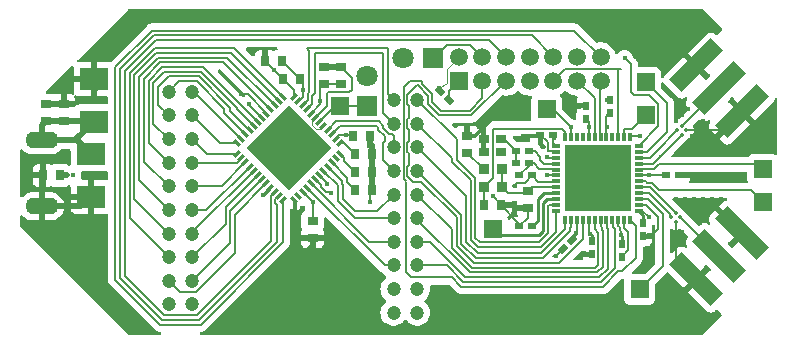
<source format=gbr>
%TF.GenerationSoftware,KiCad,Pcbnew,7.0.5*%
%TF.CreationDate,2024-09-10T19:27:24-04:00*%
%TF.ProjectId,PCB_PCB_OpenSuperHetv6PCB,5043425f-5043-4425-9f4f-70656e537570,rev?*%
%TF.SameCoordinates,Original*%
%TF.FileFunction,Copper,L1,Top*%
%TF.FilePolarity,Positive*%
%FSLAX46Y46*%
G04 Gerber Fmt 4.6, Leading zero omitted, Abs format (unit mm)*
G04 Created by KiCad (PCBNEW 7.0.5) date 2024-09-10 19:27:24*
%MOMM*%
%LPD*%
G01*
G04 APERTURE LIST*
G04 Aperture macros list*
%AMRotRect*
0 Rectangle, with rotation*
0 The origin of the aperture is its center*
0 $1 length*
0 $2 width*
0 $3 Rotation angle, in degrees counterclockwise*
0 Add horizontal line*
21,1,$1,$2,0,0,$3*%
G04 Aperture macros list end*
%TA.AperFunction,ComponentPad*%
%ADD10R,1.800000X1.800000*%
%TD*%
%TA.AperFunction,ComponentPad*%
%ADD11C,1.800000*%
%TD*%
%TA.AperFunction,ComponentPad*%
%ADD12C,1.200000*%
%TD*%
%TA.AperFunction,SMDPad,CuDef*%
%ADD13R,0.806000X0.864000*%
%TD*%
%TA.AperFunction,SMDPad,CuDef*%
%ADD14R,0.540000X0.790000*%
%TD*%
%TA.AperFunction,SMDPad,CuDef*%
%ADD15RotRect,0.300000X0.300000X45.000000*%
%TD*%
%TA.AperFunction,SMDPad,CuDef*%
%ADD16RotRect,0.250000X0.250000X45.000000*%
%TD*%
%TA.AperFunction,ComponentPad*%
%ADD17R,1.575000X1.575000*%
%TD*%
%TA.AperFunction,SMDPad,CuDef*%
%ADD18R,0.800000X0.900000*%
%TD*%
%TA.AperFunction,SMDPad,CuDef*%
%ADD19R,0.900000X0.800000*%
%TD*%
%TA.AperFunction,SMDPad,CuDef*%
%ADD20R,2.376000X1.900000*%
%TD*%
%TA.AperFunction,SMDPad,CuDef*%
%ADD21RotRect,1.500000X5.000000X135.000000*%
%TD*%
%TA.AperFunction,SMDPad,CuDef*%
%ADD22RotRect,0.300000X0.300000X135.000000*%
%TD*%
%TA.AperFunction,SMDPad,CuDef*%
%ADD23RotRect,0.250000X0.250000X135.000000*%
%TD*%
%TA.AperFunction,ComponentPad*%
%ADD24C,1.500000*%
%TD*%
%TA.AperFunction,ComponentPad*%
%ADD25R,1.500000X1.500000*%
%TD*%
%TA.AperFunction,SMDPad,CuDef*%
%ADD26RotRect,1.500000X5.000000X45.000000*%
%TD*%
%TA.AperFunction,SMDPad,CuDef*%
%ADD27RotRect,0.280000X0.700000X135.000000*%
%TD*%
%TA.AperFunction,SMDPad,CuDef*%
%ADD28RotRect,0.700000X0.280000X135.000000*%
%TD*%
%TA.AperFunction,SMDPad,CuDef*%
%ADD29RotRect,5.100000X5.100000X135.000000*%
%TD*%
%TA.AperFunction,SMDPad,CuDef*%
%ADD30R,0.790000X0.540000*%
%TD*%
%TA.AperFunction,ComponentPad*%
%ADD31O,2.800000X1.400000*%
%TD*%
%TA.AperFunction,SMDPad,CuDef*%
%ADD32RotRect,0.790000X0.540000X45.000000*%
%TD*%
%TA.AperFunction,SMDPad,CuDef*%
%ADD33R,0.800000X0.300000*%
%TD*%
%TA.AperFunction,SMDPad,CuDef*%
%ADD34R,0.300000X0.800000*%
%TD*%
%TA.AperFunction,SMDPad,CuDef*%
%ADD35R,5.600000X5.600000*%
%TD*%
%TA.AperFunction,SMDPad,CuDef*%
%ADD36RotRect,0.790000X0.540000X315.000000*%
%TD*%
%TA.AperFunction,ViaPad*%
%ADD37C,0.450000*%
%TD*%
%TA.AperFunction,Conductor*%
%ADD38C,0.200000*%
%TD*%
%TA.AperFunction,Conductor*%
%ADD39C,0.350000*%
%TD*%
%TA.AperFunction,Conductor*%
%ADD40C,0.250000*%
%TD*%
%TA.AperFunction,Conductor*%
%ADD41C,0.100000*%
%TD*%
%TA.AperFunction,Conductor*%
%ADD42C,0.500000*%
%TD*%
%TA.AperFunction,Conductor*%
%ADD43C,0.150000*%
%TD*%
G04 APERTURE END LIST*
D10*
%TO.P,U7,1*%
%TO.N,U7_1*%
X34616060Y-18787913D03*
D11*
%TO.P,U7,2*%
%TO.N,+5V*%
X32076060Y-18787913D03*
%TD*%
D12*
%TO.P,U2,1*%
%TO.N,RX_BBQN*%
X33242000Y-22322000D03*
%TO.P,U2,2*%
%TO.N,RX_BBQP_FEEDBACK*%
X31242000Y-22322000D03*
%TO.P,U2,3*%
%TO.N,RX_BBQP*%
X33242000Y-24322000D03*
%TO.P,U2,4*%
%TO.N,RX_BBQN_FEEDBACK*%
X31242000Y-24322000D03*
%TO.P,U2,5*%
%TO.N,RX_BBIN*%
X33242000Y-26322000D03*
%TO.P,U2,6*%
%TO.N,RX_BBIN_FEEDBACK*%
X31242000Y-26322000D03*
%TO.P,U2,7*%
%TO.N,RX_BBIP*%
X33242000Y-28322000D03*
%TO.P,U2,8*%
%TO.N,RX_BBIP_FEEDBACK*%
X31242000Y-28322000D03*
%TO.P,U2,9*%
%TO.N,TX_BBQN_FEEDBACK*%
X33242000Y-30322000D03*
%TO.P,U2,10*%
%TO.N,TX_BBIP*%
X31242000Y-30322000D03*
%TO.P,U2,11*%
%TO.N,TX_BBQP_FEEDBACK*%
X33242000Y-32322000D03*
%TO.P,U2,12*%
%TO.N,TX_BBIN*%
X31242000Y-32322000D03*
%TO.P,U2,13*%
%TO.N,TX_BBIN_FEEDBACK*%
X33242000Y-34322000D03*
%TO.P,U2,14*%
%TO.N,TX_BBQN*%
X31242000Y-34322000D03*
%TO.P,U2,15*%
%TO.N,TX_BBIP_FEEDBACK*%
X33242000Y-36322000D03*
%TO.P,U2,16*%
%TO.N,TX_BBQP*%
X31242000Y-36322000D03*
%TO.P,U2,17*%
%TO.N,U2_17*%
X33242000Y-38322000D03*
%TO.P,U2,18*%
%TO.N,U2_18*%
X31242000Y-38322000D03*
%TO.P,U2,19*%
%TO.N,U2_19*%
X33242000Y-40322000D03*
%TO.P,U2,20*%
%TO.N,U2_20*%
X31242000Y-40322000D03*
%TD*%
D13*
%TO.P,R1,1*%
%TO.N,C22_2*%
X38871000Y-28194000D03*
%TO.P,R1,2*%
%TO.N,ELPOUT*%
X40377000Y-28194000D03*
%TD*%
D14*
%TO.P,C9,1*%
%TO.N,GND*%
X49530000Y-22315000D03*
%TO.P,C9,2*%
%TO.N,VCC*%
X49530000Y-23405000D03*
%TD*%
D15*
%TO.P,ANT_BALUN1,1*%
%TO.N,GND*%
X55118000Y-32611553D03*
D16*
%TO.P,ANT_BALUN1,2*%
%TO.N,ANT_SMA1_5*%
X55471553Y-32258000D03*
%TO.P,ANT_BALUN1,3*%
%TO.N,U5_5*%
X55118000Y-31904447D03*
%TO.P,ANT_BALUN1,4*%
%TO.N,U5_4*%
X54764447Y-32258000D03*
%TD*%
D17*
%TO.P,J2,1*%
%TO.N,DB6*%
X52070000Y-38354000D03*
%TD*%
D18*
%TO.P,C23,1*%
%TO.N,GND*%
X40324000Y-31242000D03*
%TO.P,C23,2*%
%TO.N,C23_2*%
X38924000Y-31242000D03*
%TD*%
D14*
%TO.P,C1,1*%
%TO.N,GND*%
X52324000Y-33819000D03*
%TO.P,C1,2*%
%TO.N,VCC*%
X52324000Y-32729000D03*
%TD*%
D19*
%TO.P,C36,1*%
%TO.N,GND*%
X3302000Y-22668000D03*
%TO.P,C36,2*%
%TO.N,+5V*%
X3302000Y-24068000D03*
%TD*%
D20*
%TO.P,C16,1*%
%TO.N,GND*%
X5842000Y-20553000D03*
%TO.P,C16,2*%
%TO.N,+5V*%
X5842000Y-24151000D03*
%TD*%
D18*
%TO.P,C24,1*%
%TO.N,U1_46*%
X28002000Y-29972000D03*
%TO.P,C24,2*%
%TO.N,GND*%
X29402000Y-29972000D03*
%TD*%
D21*
%TO.P,ANT_SMA2,1*%
%TO.N,GND*%
X60745544Y-23280544D03*
%TO.P,ANT_SMA2,2*%
X56856456Y-19391456D03*
%TO.P,ANT_SMA2,5*%
%TO.N,ANT_BALUN2_2*%
X58801000Y-21336000D03*
%TD*%
D14*
%TO.P,C10,1*%
%TO.N,GND*%
X48006000Y-35343000D03*
%TO.P,C10,2*%
%TO.N,VCC*%
X48006000Y-34253000D03*
%TD*%
D17*
%TO.P,J7,1*%
%TO.N,DB1*%
X44196000Y-23114000D03*
%TD*%
D22*
%TO.P,ANT_BALUN2,1*%
%TO.N,GND*%
X55979553Y-24892000D03*
D23*
%TO.P,ANT_BALUN2,2*%
%TO.N,ANT_BALUN2_2*%
X55626000Y-24538447D03*
%TO.P,ANT_BALUN2,3*%
%TO.N,ANT_BALUN2_3*%
X55272447Y-24892000D03*
%TO.P,ANT_BALUN2,4*%
%TO.N,ANT_BALUN2_4*%
X55626000Y-25245553D03*
%TD*%
D18*
%TO.P,C26,1*%
%TO.N,GND*%
X20382000Y-19050000D03*
%TO.P,C26,2*%
%TO.N,VCCDAC*%
X21782000Y-19050000D03*
%TD*%
D20*
%TO.P,C15,1*%
%TO.N,+5V*%
X5588000Y-26903000D03*
%TO.P,C15,2*%
%TO.N,GND*%
X5588000Y-30501000D03*
%TD*%
D18*
%TO.P,C20,1*%
%TO.N,U1_48*%
X28002000Y-28448000D03*
%TO.P,C20,2*%
%TO.N,GND*%
X29402000Y-28448000D03*
%TD*%
D24*
%TO.P,SYS_CTRL,14*%
%TO.N,BBC_CS*%
X48768000Y-18688011D03*
%TO.P,SYS_CTRL,13*%
%TO.N,TR_SCLK*%
X48768000Y-20688011D03*
%TO.P,SYS_CTRL,12*%
%TO.N,SYS_CTRL_6*%
X46768000Y-18688011D03*
%TO.P,SYS_CTRL,11*%
%TO.N,TR_DIN*%
X46768000Y-20688011D03*
%TO.P,SYS_CTRL,10*%
%TO.N,BBC_SCLK*%
X44768000Y-18688011D03*
%TO.P,SYS_CTRL,9*%
%TO.N,TR_CS#*%
X44768000Y-20688011D03*
%TO.P,SYS_CTRL,8*%
%TO.N,SYS_CTRL_8*%
X42768000Y-18688011D03*
%TO.P,SYS_CTRL,7*%
%TO.N,TR_SHDN#*%
X42768000Y-20688011D03*
%TO.P,SYS_CTRL,6*%
%TO.N,BBC_DIN*%
X40768000Y-18688011D03*
%TO.P,SYS_CTRL,5*%
%TO.N,RX_HP_CTRL*%
X40768000Y-20688011D03*
%TO.P,SYS_CTRL,4*%
%TO.N,U7_1*%
X38768000Y-18688011D03*
%TO.P,SYS_CTRL,3*%
%TO.N,RXTX_MODE*%
X38768000Y-20688011D03*
%TO.P,SYS_CTRL,2*%
%TO.N,GND*%
X36768000Y-18688011D03*
D25*
%TO.P,SYS_CTRL,1*%
%TO.N,VCC*%
X36768000Y-20688011D03*
%TD*%
D14*
%TO.P,C8,1*%
%TO.N,GND*%
X50546000Y-35597000D03*
%TO.P,C8,2*%
%TO.N,VCC*%
X50546000Y-34507000D03*
%TD*%
D19*
%TO.P,C21,1*%
%TO.N,GND*%
X42629547Y-31434000D03*
%TO.P,C21,2*%
%TO.N,ELPOUT*%
X42629547Y-30034000D03*
%TD*%
D12*
%TO.P,U3,1*%
%TO.N,DAC_IN0*%
X14192000Y-21622000D03*
%TO.P,U3,2*%
%TO.N,ADC_OUT7*%
X12192000Y-21622000D03*
%TO.P,U3,3*%
%TO.N,DAC_IN1*%
X14192000Y-23622000D03*
%TO.P,U3,4*%
%TO.N,ADC_OUT6*%
X12192000Y-23622000D03*
%TO.P,U3,5*%
%TO.N,DAC_IN2*%
X14192000Y-25622000D03*
%TO.P,U3,6*%
%TO.N,ADC_OUT5*%
X12192000Y-25622000D03*
%TO.P,U3,7*%
%TO.N,DAC_IN3*%
X14192000Y-27622000D03*
%TO.P,U3,8*%
%TO.N,ADC_OUT4*%
X12192000Y-27622000D03*
%TO.P,U3,9*%
%TO.N,DAC_IN4*%
X14192000Y-29622000D03*
%TO.P,U3,10*%
%TO.N,ADC_OUT3*%
X12192000Y-29622000D03*
%TO.P,U3,11*%
%TO.N,DAC_IN5*%
X14192000Y-31622000D03*
%TO.P,U3,12*%
%TO.N,ADC_OUT2*%
X12192000Y-31622000D03*
%TO.P,U3,13*%
%TO.N,DAC_IN6*%
X14192000Y-33622000D03*
%TO.P,U3,14*%
%TO.N,ADC_OUT1*%
X12192000Y-33622000D03*
%TO.P,U3,15*%
%TO.N,DAC_IN7*%
X14192000Y-35622000D03*
%TO.P,U3,16*%
%TO.N,ADC_OUT0*%
X12192000Y-35622000D03*
%TO.P,U3,17*%
%TO.N,DAC_IN8*%
X14192000Y-37622000D03*
%TO.P,U3,18*%
%TO.N,DAC_IN9*%
X12192000Y-37622000D03*
%TO.P,U3,19*%
%TO.N,U3_19*%
X14192000Y-39622000D03*
%TO.P,U3,20*%
%TO.N,U3_20*%
X12192000Y-39622000D03*
%TD*%
D17*
%TO.P,J6,1*%
%TO.N,DB2*%
X52578000Y-20828000D03*
%TD*%
D26*
%TO.P,ANT_SMA1,1*%
%TO.N,GND*%
X56856456Y-37504544D03*
%TO.P,ANT_SMA1,2*%
X60745544Y-33615456D03*
%TO.P,ANT_SMA1,5*%
%TO.N,ANT_SMA1_5*%
X58801000Y-35560000D03*
%TD*%
D27*
%TO.P,U1,1*%
%TO.N,U1_1*%
X26719799Y-25937289D03*
%TO.P,U1,2*%
%TO.N,VCCDAC*%
X26366245Y-25583735D03*
%TO.P,U1,3*%
%TO.N,RX_BBIP_FEEDBACK*%
X26012692Y-25230182D03*
%TO.P,U1,4*%
%TO.N,RX_BBIN_FEEDBACK*%
X25659138Y-24876629D03*
%TO.P,U1,5*%
%TO.N,GND*%
X25305585Y-24523075D03*
%TO.P,U1,6*%
%TO.N,BBC_CLK*%
X24952032Y-24169522D03*
%TO.P,U1,7*%
%TO.N,GND*%
X24598478Y-23815968D03*
%TO.P,U1,8*%
%TO.N,VCCDAC*%
X24244925Y-23462415D03*
%TO.P,U1,9*%
%TO.N,RX_BBQN_FEEDBACK*%
X23891371Y-23108862D03*
%TO.P,U1,10*%
%TO.N,RX_BBQP_FEEDBACK*%
X23537818Y-22755308D03*
%TO.P,U1,11*%
%TO.N,VCCDAC*%
X23184265Y-22401755D03*
%TO.P,U1,12*%
%TO.N,GND*%
X22830711Y-22048201D03*
D28*
%TO.P,U1,13*%
%TO.N,ADC_OUT0*%
X21872582Y-22047494D03*
%TO.P,U1,14*%
%TO.N,ADC_OUT1*%
X21519028Y-22401048D03*
%TO.P,U1,15*%
%TO.N,ADC_OUT2*%
X21165475Y-22754601D03*
%TO.P,U1,16*%
%TO.N,ADC_OUT3*%
X20811921Y-23108154D03*
%TO.P,U1,17*%
%TO.N,GND*%
X20458368Y-23461708D03*
%TO.P,U1,18*%
%TO.N,VCCDAC*%
X20104815Y-23815261D03*
%TO.P,U1,19*%
%TO.N,ADC_OUT4*%
X19751261Y-24168815D03*
%TO.P,U1,20*%
%TO.N,ADC_OUT5*%
X19397708Y-24522368D03*
%TO.P,U1,21*%
%TO.N,ADC_OUT6*%
X19044154Y-24875921D03*
%TO.P,U1,22*%
%TO.N,ADC_OUT7*%
X18690601Y-25229475D03*
%TO.P,U1,23*%
%TO.N,DAC_IN0*%
X18337048Y-25583028D03*
%TO.P,U1,24*%
%TO.N,DAC_IN1*%
X17983494Y-25936582D03*
D27*
%TO.P,U1,25*%
%TO.N,DAC_IN2*%
X17984201Y-26894711D03*
%TO.P,U1,26*%
%TO.N,DAC_IN3*%
X18337755Y-27248265D03*
%TO.P,U1,27*%
%TO.N,DAC_IN4*%
X18691308Y-27601818D03*
%TO.P,U1,28*%
%TO.N,DAC_IN5*%
X19044862Y-27955371D03*
%TO.P,U1,29*%
%TO.N,DAC_IN6*%
X19398415Y-28308925D03*
%TO.P,U1,30*%
%TO.N,DAC_IN7*%
X19751968Y-28662478D03*
%TO.P,U1,31*%
%TO.N,DAC_IN8*%
X20105522Y-29016032D03*
%TO.P,U1,32*%
%TO.N,DAC_IN9*%
X20459075Y-29369585D03*
%TO.P,U1,33*%
%TO.N,VCCDAC*%
X20812629Y-29723138D03*
%TO.P,U1,34*%
%TO.N,BBC_DIN*%
X21166182Y-30076692D03*
%TO.P,U1,35*%
%TO.N,BBC_SCLK*%
X21519735Y-30430245D03*
%TO.P,U1,36*%
%TO.N,BBC_CS*%
X21873289Y-30783799D03*
D28*
%TO.P,U1,37*%
%TO.N,GND*%
X22830711Y-30783799D03*
%TO.P,U1,38*%
%TO.N,U1_38*%
X23184265Y-30430245D03*
%TO.P,U1,39*%
%TO.N,VCCDAC*%
X23537818Y-30076692D03*
%TO.P,U1,40*%
%TO.N,TX_BBQP*%
X23891371Y-29723138D03*
%TO.P,U1,41*%
%TO.N,TX_BBQN*%
X24244925Y-29369585D03*
%TO.P,U1,42*%
%TO.N,GND*%
X24598478Y-29016032D03*
%TO.P,U1,43*%
%TO.N,VCCDAC*%
X24952032Y-28662478D03*
%TO.P,U1,44*%
%TO.N,TX_BBIN*%
X25305585Y-28308925D03*
%TO.P,U1,45*%
%TO.N,TX_BBIP*%
X25659138Y-27955371D03*
%TO.P,U1,46*%
%TO.N,U1_46*%
X26012692Y-27601818D03*
%TO.P,U1,47*%
%TO.N,U1_47*%
X26366245Y-27248265D03*
%TO.P,U1,48*%
%TO.N,U1_48*%
X26719799Y-26894711D03*
D29*
%TO.P,U1,49*%
%TO.N,GND*%
X22352000Y-26416000D03*
%TD*%
D19*
%TO.P,C27,1*%
%TO.N,GND*%
X24384000Y-33974000D03*
%TO.P,C27,2*%
%TO.N,VCCDAC*%
X24384000Y-32574000D03*
%TD*%
%TO.P,C14,1*%
%TO.N,GND*%
X1778000Y-22668000D03*
%TO.P,C14,2*%
%TO.N,+5V*%
X1778000Y-24068000D03*
%TD*%
%TO.P,X3,1*%
%TO.N,X3_1*%
X40324000Y-25654000D03*
%TO.P,X3,2*%
%TO.N,GND*%
X38924000Y-25654000D03*
%TO.P,X3,3*%
X38924000Y-26754000D03*
%TO.P,X3,4*%
X40324000Y-26754000D03*
%TD*%
D17*
%TO.P,J3,1*%
%TO.N,DB5*%
X52578000Y-23622000D03*
%TD*%
%TO.P,J1,1*%
%TO.N,DB7*%
X62484000Y-30988000D03*
%TD*%
D18*
%TO.P,C35,1*%
%TO.N,GND*%
X1586000Y-28702000D03*
%TO.P,C35,2*%
%TO.N,U4_3*%
X2986000Y-28702000D03*
%TD*%
D30*
%TO.P,C4,1*%
%TO.N,X3_1*%
X41619000Y-27686000D03*
%TO.P,C4,2*%
%TO.N,U5_29*%
X42709000Y-27686000D03*
%TD*%
D18*
%TO.P,C19,1*%
%TO.N,U1_1*%
X28002000Y-26924000D03*
%TO.P,C19,2*%
%TO.N,GND*%
X29402000Y-26924000D03*
%TD*%
D31*
%TO.P,DC1,1*%
%TO.N,+5V*%
X1438000Y-25711000D03*
%TO.P,DC1,2*%
%TO.N,GND*%
X1438000Y-31311000D03*
%TD*%
D19*
%TO.P,C39,1*%
%TO.N,GND*%
X26748965Y-19525577D03*
%TO.P,C39,2*%
%TO.N,VCCDAC*%
X26748965Y-20925577D03*
%TD*%
D32*
%TO.P,C12,1*%
%TO.N,GND*%
X45588627Y-34929373D03*
%TO.P,C12,2*%
%TO.N,VCC*%
X46359373Y-34158627D03*
%TD*%
D19*
%TO.P,C22,1*%
%TO.N,GND*%
X37455374Y-25390280D03*
%TO.P,C22,2*%
%TO.N,C22_2*%
X37455374Y-26790280D03*
%TD*%
D10*
%TO.P,U6,1*%
%TO.N,BBC_CLK*%
X28956000Y-22860000D03*
D11*
%TO.P,U6,2*%
%TO.N,INT_CLK*%
X28956000Y-20320000D03*
%TD*%
D30*
%TO.P,C5,1*%
%TO.N,GND*%
X42963000Y-28702000D03*
%TO.P,C5,2*%
%TO.N,U5_29*%
X41873000Y-28702000D03*
%TD*%
D17*
%TO.P,J5,1*%
%TO.N,DB3*%
X62484000Y-28194000D03*
%TD*%
D18*
%TO.P,C29,1*%
%TO.N,GND*%
X21906000Y-20574000D03*
%TO.P,C29,2*%
%TO.N,VCCDAC*%
X23306000Y-20574000D03*
%TD*%
D19*
%TO.P,C41,1*%
%TO.N,GND*%
X25386439Y-19521534D03*
%TO.P,C41,2*%
%TO.N,VCCDAC*%
X25386439Y-20921534D03*
%TD*%
D13*
%TO.P,R2,1*%
%TO.N,C23_2*%
X38871000Y-29718000D03*
%TO.P,R2,2*%
%TO.N,ELPOUT*%
X40377000Y-29718000D03*
%TD*%
D30*
%TO.P,C13,1*%
%TO.N,GND*%
X55409000Y-28702000D03*
%TO.P,C13,2*%
%TO.N,VCC*%
X54319000Y-28702000D03*
%TD*%
D17*
%TO.P,CLK1,1*%
%TO.N,BBC_CLK*%
X26670000Y-22860000D03*
%TD*%
D33*
%TO.P,U5,1*%
%TO.N,VCC*%
X52014000Y-31706000D03*
%TO.P,U5,2*%
%TO.N,GND*%
X52014000Y-31205000D03*
%TO.P,U5,3*%
%TO.N,DB6*%
X52014000Y-30705000D03*
%TO.P,U5,4*%
%TO.N,U5_4*%
X52014000Y-30206000D03*
%TO.P,U5,5*%
%TO.N,U5_5*%
X52014000Y-29706000D03*
%TO.P,U5,6*%
%TO.N,DB7*%
X52014000Y-29206000D03*
%TO.P,U5,7*%
%TO.N,VCC*%
X52014000Y-28706000D03*
%TO.P,U5,8*%
%TO.N,DB3*%
X52014000Y-28206000D03*
%TO.P,U5,9*%
%TO.N,ANT_BALUN2_4*%
X52014000Y-27705000D03*
%TO.P,U5,10*%
%TO.N,ANT_BALUN2_3*%
X52014000Y-27205000D03*
%TO.P,U5,11*%
%TO.N,DB2*%
X52014000Y-26706000D03*
%TO.P,U5,12*%
%TO.N,TR_SHDN#*%
X52014000Y-26207000D03*
D34*
%TO.P,U5,13*%
%TO.N,VCC*%
X51265000Y-25455000D03*
%TO.P,U5,14*%
%TO.N,DB5*%
X50765000Y-25455000D03*
%TO.P,U5,15*%
%TO.N,TR_CS#*%
X50264000Y-25455000D03*
%TO.P,U5,16*%
%TO.N,U5_16*%
X49764000Y-25455000D03*
%TO.P,U5,17*%
%TO.N,VCC*%
X49264000Y-25455000D03*
%TO.P,U5,18*%
%TO.N,TR_SCLK*%
X48764000Y-25455000D03*
%TO.P,U5,19*%
%TO.N,TR_DIN*%
X48265000Y-25455000D03*
%TO.P,U5,20*%
%TO.N,VCC*%
X47764000Y-25455000D03*
%TO.P,U5,21*%
%TO.N,CLK_BUFFR*%
X47264000Y-25455000D03*
%TO.P,U5,22*%
%TO.N,LOCK_DETECT*%
X46764000Y-25455000D03*
%TO.P,U5,23*%
%TO.N,DB1*%
X46263000Y-25455000D03*
%TO.P,U5,24*%
%TO.N,C23_2*%
X45763000Y-25455000D03*
D33*
%TO.P,U5,25*%
%TO.N,VCC*%
X45014000Y-26207000D03*
%TO.P,U5,26*%
%TO.N,GND*%
X45014000Y-26706000D03*
%TO.P,U5,27*%
%TO.N,VCC*%
X45014000Y-27205000D03*
%TO.P,U5,28*%
%TO.N,U5_28*%
X45014000Y-27705000D03*
%TO.P,U5,29*%
%TO.N,U5_29*%
X45014000Y-28206000D03*
%TO.P,U5,30*%
%TO.N,VCC*%
X45014000Y-28706000D03*
%TO.P,U5,31*%
%TO.N,GND*%
X45014000Y-29206000D03*
%TO.P,U5,32*%
%TO.N,ELPOUT*%
X45014000Y-29706000D03*
%TO.P,U5,33*%
%TO.N,U5_33*%
X45014000Y-30206000D03*
%TO.P,U5,34*%
%TO.N,DB4*%
X45014000Y-30705000D03*
%TO.P,U5,35*%
%TO.N,RX_BBQN*%
X45014000Y-31205000D03*
%TO.P,U5,36*%
%TO.N,RX_BBQP*%
X45014000Y-31706000D03*
D34*
%TO.P,U5,37*%
%TO.N,RX_BBIN*%
X45763000Y-32455000D03*
%TO.P,U5,38*%
%TO.N,RX_BBIP*%
X46263000Y-32455000D03*
%TO.P,U5,39*%
%TO.N,VCC*%
X46764000Y-32455000D03*
%TO.P,U5,40*%
%TO.N,RX_HP_CTRL*%
X47264000Y-32455000D03*
%TO.P,U5,41*%
%TO.N,VCC*%
X47764000Y-32455000D03*
%TO.P,U5,42*%
%TO.N,TX_BBQN_FEEDBACK*%
X48264000Y-32455000D03*
%TO.P,U5,43*%
%TO.N,TX_BBQP_FEEDBACK*%
X48764000Y-32455000D03*
%TO.P,U5,44*%
%TO.N,TX_BBIN_FEEDBACK*%
X49264000Y-32455000D03*
%TO.P,U5,45*%
%TO.N,TX_BBIP_FEEDBACK*%
X49764000Y-32455000D03*
%TO.P,U5,46*%
%TO.N,VCC*%
X50264000Y-32455000D03*
%TO.P,U5,47*%
%TO.N,GND*%
X50765000Y-32455000D03*
%TO.P,U5,48*%
%TO.N,RXTX_MODE*%
X51265000Y-32455000D03*
D35*
%TO.P,U5,49*%
%TO.N,GND*%
X48514000Y-28956000D03*
%TD*%
D17*
%TO.P,J4,1*%
%TO.N,DB4*%
X39624000Y-33274000D03*
%TD*%
D30*
%TO.P,C6,1*%
%TO.N,VCC*%
X44766723Y-25301875D03*
%TO.P,C6,2*%
%TO.N,GND*%
X43676723Y-25301875D03*
%TD*%
%TO.P,C3,1*%
%TO.N,U5_28*%
X42709000Y-26670000D03*
%TO.P,C3,2*%
%TO.N,X3_1*%
X41619000Y-26670000D03*
%TD*%
%TO.P,C2,1*%
%TO.N,U5_33*%
X42963000Y-33020000D03*
%TO.P,C2,2*%
%TO.N,GND*%
X41873000Y-33020000D03*
%TD*%
D14*
%TO.P,C7,1*%
%TO.N,VCC*%
X47498000Y-23913000D03*
%TO.P,C7,2*%
%TO.N,GND*%
X47498000Y-22823000D03*
%TD*%
D36*
%TO.P,C11,1*%
%TO.N,GND*%
X35154411Y-21510471D03*
%TO.P,C11,2*%
%TO.N,VCC*%
X35925157Y-22281217D03*
%TD*%
D18*
%TO.P,C37,1*%
%TO.N,GND*%
X29230592Y-25367821D03*
%TO.P,C37,2*%
%TO.N,VCCDAC*%
X27830592Y-25367821D03*
%TD*%
D37*
%TO.N,VCC*%
X44842601Y-25518260D03*
%TO.N,GND*%
X40132000Y-26924000D03*
X56134000Y-23114000D03*
X55626000Y-23622000D03*
X55118000Y-24130000D03*
X55118000Y-26924000D03*
X55626000Y-26416000D03*
X56134000Y-25908000D03*
X56642000Y-25400000D03*
X56896000Y-24638000D03*
X57404000Y-24130000D03*
X58928000Y-30734000D03*
X58166000Y-30734000D03*
X57404000Y-30734000D03*
X55626000Y-34290000D03*
X55626000Y-33528000D03*
X56642000Y-30734000D03*
X55880000Y-30734000D03*
X57150000Y-32766000D03*
X56642000Y-32258000D03*
X56134000Y-31750000D03*
X55626000Y-31242000D03*
X55118000Y-30734000D03*
X57150000Y-28702000D03*
X56388000Y-28702000D03*
X22860000Y-23876000D03*
X21844000Y-23876000D03*
X20066000Y-26416000D03*
X20574000Y-26162000D03*
X21082000Y-26670000D03*
X20574000Y-26924000D03*
X22860000Y-32004000D03*
X22860000Y-31496000D03*
X23368000Y-35560000D03*
X23368000Y-36068000D03*
X22860000Y-36068000D03*
X22860000Y-35560000D03*
X8382000Y-16510000D03*
X7874000Y-16764000D03*
X7620000Y-17272000D03*
X29210000Y-30988000D03*
X53086000Y-33782000D03*
X50546000Y-35560000D03*
X48006000Y-35306000D03*
X46453737Y-30448211D03*
X46958620Y-30475502D03*
X46958620Y-30966739D03*
X46467383Y-30980385D03*
X45009928Y-35481833D03*
X39616538Y-30460272D03*
X41544860Y-29627030D03*
X46736000Y-27178000D03*
X46228000Y-27178000D03*
X46736000Y-26670000D03*
X46228000Y-26670000D03*
X35052000Y-21336000D03*
X40386000Y-23114000D03*
X42164000Y-25400000D03*
X47244000Y-22860000D03*
X49276000Y-22352000D03*
X26162000Y-19558000D03*
X21082000Y-19812000D03*
X22352000Y-23622000D03*
%TO.N,TR_SHDN#*%
X50800000Y-18796000D03*
%TO.N,VCCDAC*%
X24384000Y-30988000D03*
X24982254Y-22363413D03*
X23560005Y-21446511D03*
%TO.N,GND*%
X6096000Y-21336000D03*
%TO.N,U4_3*%
X4064000Y-28702000D03*
X3556000Y-28702000D03*
%TO.N,VCCDAC*%
X27185799Y-25308500D03*
%TO.N,GND*%
X25908000Y-30226000D03*
%TO.N,VCCDAC*%
X25637500Y-29431548D03*
X20205208Y-30365208D03*
%TO.N,GND*%
X18288000Y-21844000D03*
%TO.N,VCCDAC*%
X18990101Y-22665899D03*
%TO.N,VCC*%
X52832000Y-28702000D03*
X52832000Y-32258000D03*
X50500500Y-33782000D03*
X47879000Y-33655000D03*
X46657117Y-33609021D03*
X44196000Y-27178000D03*
X44196000Y-28702000D03*
X47752000Y-24638000D03*
X49276000Y-24638000D03*
X52070000Y-25400000D03*
%TO.N,DB1*%
X46228000Y-24638000D03*
%TD*%
D38*
%TO.N,GND*%
X53594000Y-33274000D02*
X53086000Y-33782000D01*
X53594000Y-32185000D02*
X53594000Y-33274000D01*
X52014000Y-31205000D02*
X52614000Y-31205000D01*
X52614000Y-31205000D02*
X53594000Y-32185000D01*
%TO.N,VCC*%
X52280000Y-31706000D02*
X52014000Y-31706000D01*
X52832000Y-32258000D02*
X52280000Y-31706000D01*
%TO.N,DB6*%
X54023381Y-31941200D02*
X54023381Y-36400619D01*
X54023381Y-36400619D02*
X52070000Y-38354000D01*
X52787181Y-30705000D02*
X54023381Y-31941200D01*
X52014000Y-30705000D02*
X52787181Y-30705000D01*
%TO.N,U5_4*%
X52853867Y-30206000D02*
X52014000Y-30206000D01*
X54641223Y-31993356D02*
X52853867Y-30206000D01*
X54764447Y-32258000D02*
X54641223Y-32134776D01*
X54641223Y-32134776D02*
X54641223Y-31993356D01*
%TO.N,GND*%
X57150000Y-24892000D02*
X59134088Y-24892000D01*
X56896000Y-24638000D02*
X57150000Y-24892000D01*
X56642000Y-24892000D02*
X56896000Y-24638000D01*
D39*
X55409000Y-28702000D02*
X57150000Y-28702000D01*
X22860000Y-31496000D02*
X22860000Y-30834300D01*
X24384000Y-34544000D02*
X23368000Y-35560000D01*
X24384000Y-33974000D02*
X24384000Y-34544000D01*
X22860000Y-30834300D02*
X22820105Y-30794405D01*
X22860000Y-35560000D02*
X22860000Y-32004000D01*
X5842000Y-19050000D02*
X5842000Y-20553000D01*
X8382000Y-16510000D02*
X5842000Y-19050000D01*
D38*
X29402000Y-25539229D02*
X29230592Y-25367821D01*
X29402000Y-29972000D02*
X29402000Y-25539229D01*
X29210000Y-30164000D02*
X29402000Y-29972000D01*
X29210000Y-30988000D02*
X29210000Y-30164000D01*
%TO.N,TR_SCLK*%
X48751000Y-25442000D02*
X48764000Y-25455000D01*
X48751000Y-20705011D02*
X48751000Y-25442000D01*
X48768000Y-20688011D02*
X48751000Y-20705011D01*
%TO.N,GND*%
X59134088Y-24892000D02*
X60745544Y-23280544D01*
X55979553Y-24892000D02*
X56642000Y-24892000D01*
X55118000Y-32611553D02*
X55118000Y-35766088D01*
X55118000Y-35766088D02*
X56856456Y-37504544D01*
X51116000Y-35027000D02*
X50546000Y-35597000D01*
X51116000Y-33532314D02*
X51116000Y-35027000D01*
X50776000Y-33192314D02*
X51116000Y-33532314D01*
X50765000Y-32455000D02*
X50776000Y-32466000D01*
X50776000Y-32466000D02*
X50776000Y-33192314D01*
%TO.N,VCC*%
X50264000Y-32992000D02*
X50264000Y-32455000D01*
X50500500Y-33482500D02*
X50376000Y-33358000D01*
X50376000Y-33358000D02*
X50376000Y-33104000D01*
X50500500Y-33782000D02*
X50500500Y-33482500D01*
X50376000Y-33104000D02*
X50264000Y-32992000D01*
D40*
X50546000Y-33827500D02*
X50546000Y-34507000D01*
X50500500Y-33782000D02*
X50546000Y-33827500D01*
D38*
%TO.N,GND*%
X52361000Y-33782000D02*
X52324000Y-33819000D01*
X53086000Y-33782000D02*
X52361000Y-33782000D01*
X45562388Y-34929373D02*
X45009928Y-35481833D01*
X45588627Y-34929373D02*
X45562388Y-34929373D01*
X45009928Y-35508072D02*
X45085000Y-35433000D01*
X45009928Y-35481833D02*
X45009928Y-35508072D01*
X44958000Y-35560000D02*
X44704000Y-35560000D01*
X41873000Y-32791000D02*
X40324000Y-31242000D01*
X41873000Y-33020000D02*
X41873000Y-32791000D01*
X42629547Y-32263453D02*
X41873000Y-33020000D01*
X42629547Y-31434000D02*
X42629547Y-32263453D01*
X40324000Y-31242000D02*
X40324000Y-31167734D01*
X40324000Y-31167734D02*
X39616538Y-30460272D01*
X41384146Y-29627030D02*
X41475116Y-29536060D01*
X41544860Y-29627030D02*
X41384146Y-29627030D01*
X41544860Y-29466316D02*
X41544860Y-29627030D01*
%TO.N,ELPOUT*%
X42366917Y-30226000D02*
X40885000Y-30226000D01*
X42629547Y-29963370D02*
X42366917Y-30226000D01*
X40885000Y-30226000D02*
X40377000Y-29718000D01*
%TO.N,GND*%
X41677176Y-29334000D02*
X41544860Y-29466316D01*
X42331000Y-29334000D02*
X41677176Y-29334000D01*
X42963000Y-28702000D02*
X42331000Y-29334000D01*
X44993000Y-29227000D02*
X45014000Y-29206000D01*
X43488000Y-29227000D02*
X44993000Y-29227000D01*
X42963000Y-28702000D02*
X43488000Y-29227000D01*
D41*
X35052000Y-21336000D02*
X35154411Y-21510471D01*
D39*
X38109720Y-25390280D02*
X40386000Y-23114000D01*
X37455374Y-25390280D02*
X38109720Y-25390280D01*
X38924000Y-24576000D02*
X40386000Y-23114000D01*
X38924000Y-26754000D02*
X38924000Y-24576000D01*
X43578598Y-25400000D02*
X43676723Y-25301875D01*
X42164000Y-25400000D02*
X43578598Y-25400000D01*
D38*
%TO.N,TR_SHDN#*%
X51308000Y-19304000D02*
X50800000Y-18796000D01*
X51562000Y-21915500D02*
X51308000Y-21661500D01*
X53665500Y-22677500D02*
X52903500Y-21915500D01*
X52014000Y-26207000D02*
X53665500Y-24555500D01*
X53665500Y-24555500D02*
X53665500Y-22677500D01*
X52903500Y-21915500D02*
X51562000Y-21915500D01*
X51308000Y-21661500D02*
X51308000Y-19304000D01*
%TO.N,VCC*%
X52832000Y-28702000D02*
X54319000Y-28702000D01*
%TO.N,DB7*%
X53085239Y-29306000D02*
X53751239Y-29972000D01*
X52714000Y-29306000D02*
X53085239Y-29306000D01*
X61468000Y-29972000D02*
X62484000Y-30988000D01*
X52614000Y-29206000D02*
X52714000Y-29306000D01*
X53751239Y-29972000D02*
X61468000Y-29972000D01*
X52014000Y-29206000D02*
X52614000Y-29206000D01*
%TO.N,DB3*%
X62054619Y-27764619D02*
X62484000Y-28194000D01*
X53672619Y-27764619D02*
X62054619Y-27764619D01*
X53282238Y-28155000D02*
X53672619Y-27764619D01*
X52065000Y-28155000D02*
X53282238Y-28155000D01*
X52014000Y-28206000D02*
X52065000Y-28155000D01*
D40*
%TO.N,VCCDAC*%
X20205208Y-30330559D02*
X20812629Y-29723138D01*
D38*
X20205208Y-30365208D02*
X20205208Y-30330559D01*
%TO.N,DAC_IN9*%
X13178000Y-38608000D02*
X12192000Y-37622000D01*
X17818000Y-35268793D02*
X14478793Y-38608000D01*
X17818000Y-32010660D02*
X17818000Y-35268793D01*
X14478793Y-38608000D02*
X13178000Y-38608000D01*
X20459075Y-29369585D02*
X17818000Y-32010660D01*
%TO.N,DAC_IN8*%
X17418000Y-34396000D02*
X14192000Y-37622000D01*
X17418000Y-31703554D02*
X17418000Y-34396000D01*
X20105522Y-29016032D02*
X17418000Y-31703554D01*
%TO.N,DAC_IN7*%
X17018000Y-31396446D02*
X17018000Y-32796000D01*
X19751968Y-28662478D02*
X17018000Y-31396446D01*
X17018000Y-32796000D02*
X14192000Y-35622000D01*
%TO.N,VCCDAC*%
X25014000Y-22331667D02*
X25014000Y-20960000D01*
X24982254Y-22363413D02*
X25014000Y-22331667D01*
X25014000Y-22395159D02*
X24982254Y-22363413D01*
%TO.N,GND*%
X27686000Y-20462612D02*
X26748965Y-19525577D01*
X27498965Y-21625577D02*
X27686000Y-21438542D01*
X25729423Y-21625577D02*
X27498965Y-21625577D01*
X27686000Y-21438542D02*
X27686000Y-20462612D01*
X25582500Y-22831946D02*
X25582500Y-21772500D01*
X25582500Y-21772500D02*
X25729423Y-21625577D01*
X24598478Y-23815968D02*
X25582500Y-22831946D01*
%TO.N,RX_BBQN_FEEDBACK*%
X30342000Y-23422000D02*
X31242000Y-24322000D01*
X24614000Y-18322002D02*
X30342000Y-18322002D01*
X24614000Y-21700665D02*
X24614000Y-18322002D01*
X24360005Y-21954660D02*
X24614000Y-21700665D01*
X24360005Y-22640228D02*
X24360005Y-21954660D01*
X30342000Y-18322002D02*
X30342000Y-23422000D01*
X23891371Y-23108862D02*
X24360005Y-22640228D01*
%TO.N,RX_BBQP_FEEDBACK*%
X23960005Y-21788974D02*
X23960005Y-22333121D01*
X24085005Y-18131007D02*
X24085005Y-21663974D01*
X23960005Y-22333121D02*
X23537818Y-22755308D01*
X23876000Y-17922002D02*
X24085005Y-18131007D01*
X24085005Y-21663974D02*
X23960005Y-21788974D01*
X30742000Y-17922002D02*
X23876000Y-17922002D01*
X30742000Y-21822000D02*
X30742000Y-17922002D01*
X31242000Y-22322000D02*
X30742000Y-21822000D01*
%TO.N,VCCDAC*%
X23560005Y-22026015D02*
X23560005Y-20828005D01*
X23184265Y-22401755D02*
X23560005Y-22026015D01*
X23560005Y-20828005D02*
X21782000Y-19050000D01*
X23537818Y-30076692D02*
X24384000Y-30922874D01*
X24384000Y-30922874D02*
X24384000Y-32574000D01*
D42*
%TO.N,GND*%
X6096000Y-20807000D02*
X5842000Y-20553000D01*
X6096000Y-21336000D02*
X6096000Y-20807000D01*
%TO.N,+5V*%
X5759000Y-24068000D02*
X5842000Y-24151000D01*
X3302000Y-24068000D02*
X5759000Y-24068000D01*
X1778000Y-24068000D02*
X3302000Y-24068000D01*
X1438000Y-24408000D02*
X1778000Y-24068000D01*
X1438000Y-25711000D02*
X1438000Y-24408000D01*
X4064000Y-25711000D02*
X4282000Y-25711000D01*
X4282000Y-25711000D02*
X5842000Y-24151000D01*
X4064000Y-25711000D02*
X4396000Y-25711000D01*
X1438000Y-25711000D02*
X4064000Y-25711000D01*
%TO.N,GND*%
X1462637Y-31335637D02*
X1438000Y-31311000D01*
X1462637Y-33389943D02*
X1462637Y-31335637D01*
X1438000Y-28850000D02*
X1586000Y-28702000D01*
X1438000Y-31311000D02*
X1438000Y-28850000D01*
%TO.N,U4_3*%
X2986000Y-28702000D02*
X3556000Y-28702000D01*
%TO.N,+5V*%
X4396000Y-25711000D02*
X5588000Y-26903000D01*
%TO.N,GND*%
X1438000Y-31311000D02*
X4778000Y-31311000D01*
X4778000Y-31311000D02*
X5588000Y-30501000D01*
D41*
X35768000Y-20896882D02*
X35052000Y-21336000D01*
X35768000Y-19688011D02*
X35768000Y-20896882D01*
X36768000Y-18688011D02*
X35768000Y-19688011D01*
D38*
%TO.N,BBC_CS*%
X11487835Y-41322000D02*
X7692000Y-37526164D01*
X7692000Y-37526164D02*
X7692000Y-19532517D01*
X10786509Y-16438011D02*
X46518000Y-16438011D01*
X14896164Y-41322000D02*
X11487835Y-41322000D01*
X7692000Y-19532517D02*
X10786509Y-16438011D01*
X46518000Y-16438011D02*
X48768000Y-18688011D01*
X21873289Y-34344876D02*
X14896164Y-41322000D01*
X21873289Y-30783799D02*
X21873289Y-34344876D01*
%TO.N,BBC_SCLK*%
X21226807Y-30723173D02*
X21519735Y-30430245D01*
X21226807Y-31056555D02*
X21226807Y-30723173D01*
X21336000Y-31165748D02*
X21226807Y-31056555D01*
X8092000Y-37360479D02*
X11653521Y-40922000D01*
X8092000Y-19698203D02*
X8092000Y-37360479D01*
X42918000Y-16838011D02*
X10952194Y-16838011D01*
X11653521Y-40922000D02*
X14730479Y-40922000D01*
X14730479Y-40922000D02*
X21336000Y-34316479D01*
X21336000Y-34316479D02*
X21336000Y-31165748D01*
X44768000Y-18688011D02*
X42918000Y-16838011D01*
X10952194Y-16838011D02*
X8092000Y-19698203D01*
%TO.N,BBC_DIN*%
X11117879Y-17238011D02*
X39318000Y-17238011D01*
X8492000Y-19863889D02*
X11117879Y-17238011D01*
X14564793Y-40522000D02*
X11819207Y-40522000D01*
X8492000Y-37194793D02*
X8492000Y-19863889D01*
X20828000Y-34258793D02*
X14564793Y-40522000D01*
X20826807Y-31222240D02*
X20828000Y-31223433D01*
X11819207Y-40522000D02*
X8492000Y-37194793D01*
X20826807Y-30416067D02*
X20826807Y-31222240D01*
X21166182Y-30076692D02*
X20826807Y-30416067D01*
X20828000Y-31223433D02*
X20828000Y-34258793D01*
X39318000Y-17238011D02*
X40768000Y-18688011D01*
%TO.N,U7_1*%
X35765962Y-17638011D02*
X34616060Y-18787913D01*
X38768000Y-18688011D02*
X37718000Y-17638011D01*
X37718000Y-17638011D02*
X35765962Y-17638011D01*
%TO.N,VCC*%
X35925157Y-21530854D02*
X36768000Y-20688011D01*
X35925157Y-22281217D02*
X35925157Y-21530854D01*
D43*
%TO.N,RXTX_MODE*%
X38768000Y-22157681D02*
X38768000Y-20688011D01*
X37678681Y-23247000D02*
X38768000Y-22157681D01*
X35265016Y-23247000D02*
X37678681Y-23247000D01*
X34517000Y-22498984D02*
X35265016Y-23247000D01*
X33683330Y-20961000D02*
X34517000Y-21794670D01*
X32107899Y-21232101D02*
X32633000Y-20707000D01*
X34517000Y-21794670D02*
X34517000Y-22498984D01*
X32107899Y-28998253D02*
X32107899Y-21232101D01*
X32633000Y-20707000D02*
X33683330Y-20707000D01*
X32297340Y-29187694D02*
X32107899Y-28998253D01*
X33683330Y-20707000D02*
X33683330Y-20961000D01*
D38*
%TO.N,RX_HP_CTRL*%
X33209207Y-21082000D02*
X33274000Y-21082000D01*
X33274000Y-21082000D02*
X34142000Y-21950000D01*
X34142000Y-21950000D02*
X34142000Y-22654314D01*
X34142000Y-22654314D02*
X35109686Y-23622000D01*
X35109686Y-23622000D02*
X37834011Y-23622000D01*
X37834011Y-23622000D02*
X40768000Y-20688011D01*
D41*
%TO.N,GND*%
X24699986Y-24766004D02*
X25062656Y-24766004D01*
X24355550Y-24421568D02*
X24699986Y-24766004D01*
X24355550Y-24058896D02*
X24355550Y-24421568D01*
X25062656Y-24766004D02*
X25305585Y-24523075D01*
X24598478Y-23815968D02*
X24355550Y-24058896D01*
D38*
X25390482Y-19525577D02*
X25386439Y-19521534D01*
X26748965Y-19525577D02*
X25390482Y-19525577D01*
%TO.N,VCCDAC*%
X25050319Y-20923681D02*
X25504405Y-20923681D01*
X25014000Y-22693340D02*
X25014000Y-22395159D01*
X25014000Y-20960000D02*
X25050319Y-20923681D01*
X24244925Y-23462415D02*
X25014000Y-22693340D01*
X26871019Y-20923681D02*
X26889758Y-20942420D01*
X25504405Y-20923681D02*
X26871019Y-20923681D01*
X27771271Y-25308500D02*
X27830592Y-25367821D01*
X27185799Y-25308500D02*
X27771271Y-25308500D01*
%TO.N,RX_BBIP_FEEDBACK*%
X30342000Y-27422000D02*
X31242000Y-28322000D01*
X30480000Y-25811207D02*
X30342000Y-25949207D01*
X30480000Y-25398479D02*
X30480000Y-25811207D01*
X29942000Y-24860479D02*
X30480000Y-25398479D01*
X29806314Y-24530000D02*
X29942000Y-24665686D01*
X29942000Y-24665686D02*
X29942000Y-24860479D01*
X26712874Y-24530000D02*
X29806314Y-24530000D01*
X26012692Y-25230182D02*
X26712874Y-24530000D01*
X30342000Y-25949207D02*
X30342000Y-27422000D01*
%TO.N,RX_BBIN_FEEDBACK*%
X31242000Y-25400000D02*
X31242000Y-26322000D01*
X31064000Y-25222000D02*
X31242000Y-25400000D01*
X30342000Y-24694793D02*
X30869207Y-25222000D01*
X30342000Y-24500000D02*
X30342000Y-24694793D01*
X26405767Y-24130000D02*
X29972000Y-24130000D01*
X25659138Y-24876629D02*
X26405767Y-24130000D01*
X29972000Y-24130000D02*
X30342000Y-24500000D01*
X30869207Y-25222000D02*
X31064000Y-25222000D01*
%TO.N,VCCDAC*%
X27168106Y-25290807D02*
X26659173Y-25290807D01*
X27185799Y-25308500D02*
X27168106Y-25290807D01*
X26659173Y-25290807D02*
X26366245Y-25583735D01*
%TO.N,GND*%
X25112500Y-29671474D02*
X25112500Y-29530054D01*
X25557313Y-30116287D02*
X25112500Y-29671474D01*
X25798287Y-30116287D02*
X25557313Y-30116287D01*
X25908000Y-30226000D02*
X25798287Y-30116287D01*
X25798287Y-30116287D02*
X25738905Y-30116287D01*
X25112500Y-29530054D02*
X24598478Y-29016032D01*
%TO.N,TX_BBIN*%
X26502000Y-29505340D02*
X25305585Y-28308925D01*
X26502000Y-29603371D02*
X26502000Y-29505340D01*
X26524000Y-29625371D02*
X26502000Y-29603371D01*
X28004000Y-32322000D02*
X26524000Y-30841999D01*
X31242000Y-32322000D02*
X28004000Y-32322000D01*
X26524000Y-30841999D02*
X26524000Y-29625371D01*
%TO.N,TX_BBIP*%
X27997686Y-31750000D02*
X29814000Y-31750000D01*
X29814000Y-31750000D02*
X31242000Y-30322000D01*
X26924000Y-29459685D02*
X26924000Y-30676314D01*
X26902000Y-29437685D02*
X26924000Y-29459685D01*
X26902000Y-29198233D02*
X26902000Y-29437685D01*
X26924000Y-30676314D02*
X27997686Y-31750000D01*
X25659138Y-27955371D02*
X26902000Y-29198233D01*
%TO.N,VCCDAC*%
X25637500Y-29431548D02*
X25637500Y-29347946D01*
X25637500Y-29431548D02*
X25637500Y-29447500D01*
X25637500Y-29347946D02*
X24952032Y-28662478D01*
X25637500Y-29447500D02*
X25654000Y-29464000D01*
%TO.N,GND*%
X18910665Y-21844000D02*
X18288000Y-21844000D01*
X20458368Y-23391703D02*
X18910665Y-21844000D01*
X20458368Y-23461708D02*
X20458368Y-23391703D01*
%TO.N,VCCDAC*%
X18990101Y-22665899D02*
X18990101Y-22700547D01*
X18990101Y-22700547D02*
X20104815Y-23815261D01*
X19000301Y-22710747D02*
X18990101Y-22700547D01*
%TO.N,GND*%
X22830711Y-22048201D02*
X22830711Y-21498711D01*
X22830711Y-21498711D02*
X20382000Y-19050000D01*
%TO.N,ADC_OUT0*%
X8892000Y-32322000D02*
X12192000Y-35622000D01*
X8892000Y-20029575D02*
X8892000Y-32322000D01*
X10999573Y-17922002D02*
X8892000Y-20029575D01*
X17747090Y-17922002D02*
X10999573Y-17922002D01*
X21872582Y-22047494D02*
X17747090Y-17922002D01*
%TO.N,ADC_OUT1*%
X9292000Y-20195260D02*
X9292000Y-30722000D01*
X11165256Y-18322001D02*
X9292000Y-20195260D01*
X17439980Y-18322000D02*
X11165256Y-18322001D01*
X21519028Y-22401048D02*
X17439980Y-18322000D01*
X9292000Y-30722000D02*
X12192000Y-33622000D01*
%TO.N,ADC_OUT2*%
X9692000Y-20360945D02*
X9692000Y-29122000D01*
X11330942Y-18722000D02*
X9692000Y-20360945D01*
X21165475Y-22754601D02*
X17132874Y-18722000D01*
X17132874Y-18722000D02*
X11330942Y-18722000D01*
X9692000Y-29122000D02*
X12192000Y-31622000D01*
%TO.N,ADC_OUT3*%
X10092000Y-27522000D02*
X12192000Y-29622000D01*
X10092000Y-20526630D02*
X10092000Y-27522000D01*
X11496628Y-19122000D02*
X10092000Y-20526630D01*
X16825767Y-19122000D02*
X11496628Y-19122000D01*
X20811921Y-23108154D02*
X16825767Y-19122000D01*
%TO.N,ADC_OUT4*%
X10492000Y-25922000D02*
X12192000Y-27622000D01*
X10492000Y-20692315D02*
X10492000Y-25922000D01*
X11662314Y-19522000D02*
X10492000Y-20692315D01*
X15104446Y-19522000D02*
X11662314Y-19522000D01*
X19751261Y-24168815D02*
X15104446Y-19522000D01*
%TO.N,ADC_OUT5*%
X11828000Y-19922000D02*
X10892000Y-20858000D01*
X10892000Y-20858000D02*
X10892000Y-24322000D01*
X14896163Y-19922000D02*
X11828000Y-19922000D01*
X17950801Y-22976638D02*
X14896163Y-19922000D01*
X10892000Y-24322000D02*
X12192000Y-25622000D01*
X17950801Y-23075461D02*
X17950801Y-22976638D01*
%TO.N,ADC_OUT6*%
X11292000Y-21249207D02*
X11292000Y-22722000D01*
X17426301Y-23017822D02*
X14730478Y-20322000D01*
X14730478Y-20322000D02*
X12219207Y-20322000D01*
X17426301Y-23268301D02*
X17426301Y-23017822D01*
X19033921Y-24875921D02*
X17426301Y-23268301D01*
X12219207Y-20322000D02*
X11292000Y-21249207D01*
X11292000Y-22722000D02*
X12192000Y-23622000D01*
X19044154Y-24875921D02*
X19033921Y-24875921D01*
%TO.N,ADC_OUT7*%
X14564793Y-20722000D02*
X13092000Y-20722000D01*
X13092000Y-20722000D02*
X12192000Y-21622000D01*
X16901301Y-23058508D02*
X14564793Y-20722000D01*
X16901301Y-23440175D02*
X16901301Y-23058508D01*
X16901301Y-23440175D02*
X18690601Y-25229475D01*
%TO.N,ADC_OUT5*%
X17950801Y-23075461D02*
X19397708Y-24522368D01*
%TO.N,DAC_IN0*%
X14376020Y-21622000D02*
X14192000Y-21622000D01*
X18337048Y-25583028D02*
X14376020Y-21622000D01*
%TO.N,DAC_IN1*%
X16506582Y-25936582D02*
X14192000Y-23622000D01*
X17983494Y-25936582D02*
X16506582Y-25936582D01*
%TO.N,DAC_IN2*%
X15464711Y-26894711D02*
X14192000Y-25622000D01*
X17984201Y-26894711D02*
X15464711Y-26894711D01*
%TO.N,DAC_IN3*%
X18337755Y-27248265D02*
X17964020Y-27622000D01*
X17964020Y-27622000D02*
X14192000Y-27622000D01*
%TO.N,DAC_IN4*%
X18691308Y-27601818D02*
X16671126Y-29622000D01*
X16671126Y-29622000D02*
X14192000Y-29622000D01*
%TO.N,DAC_IN5*%
X19044862Y-27955371D02*
X15378233Y-31622000D01*
X15378233Y-31622000D02*
X14192000Y-31622000D01*
%TO.N,DAC_IN6*%
X14192000Y-33515340D02*
X14192000Y-33622000D01*
X19398415Y-28308925D02*
X14192000Y-33515340D01*
%TO.N,TR_DIN*%
X48277000Y-24420537D02*
X48277000Y-25443000D01*
X48277000Y-25443000D02*
X48265000Y-25455000D01*
X48260000Y-24403537D02*
X48277000Y-24420537D01*
X46768000Y-20688011D02*
X48260000Y-22180011D01*
X48260000Y-22180011D02*
X48260000Y-24403537D01*
%TO.N,TR_CS#*%
X50264000Y-25455000D02*
X50264000Y-19688011D01*
X50264000Y-19688011D02*
X49276000Y-19688011D01*
X46283075Y-19688011D02*
X50506000Y-19688011D01*
%TO.N,VCC*%
X47764000Y-25455000D02*
X47764000Y-24179000D01*
X47764000Y-24179000D02*
X47498000Y-23913000D01*
%TO.N,TR_CS#*%
X45752000Y-19704011D02*
X46267075Y-19704011D01*
X44768000Y-20688011D02*
X45752000Y-19704011D01*
D43*
%TO.N,RX_HP_CTRL*%
X32342905Y-21904646D02*
X33185112Y-21062439D01*
X32342905Y-22664876D02*
X32342905Y-21904646D01*
D38*
%TO.N,RXTX_MODE*%
X32258000Y-36842793D02*
X32258000Y-29227034D01*
X32342000Y-36926793D02*
X32258000Y-36842793D01*
D43*
%TO.N,RX_HP_CTRL*%
X32367000Y-26684437D02*
X32367000Y-25959563D01*
X32869207Y-29222000D02*
X32367000Y-28719793D01*
X32367000Y-28719793D02*
X32367000Y-27959563D01*
X32367000Y-27959563D02*
X32512000Y-27814563D01*
X32512000Y-27814563D02*
X32512000Y-26829437D01*
X32512000Y-26829437D02*
X32367000Y-26684437D01*
X32367000Y-23959563D02*
X32512000Y-23814563D01*
X32367000Y-25959563D02*
X32512000Y-25814563D01*
X32512000Y-25814563D02*
X32512000Y-24829437D01*
X32512000Y-24829437D02*
X32367000Y-24684437D01*
X32367000Y-24684437D02*
X32367000Y-23959563D01*
X32512000Y-23814563D02*
X32512000Y-22829437D01*
X32512000Y-22829437D02*
X32367000Y-22684437D01*
D38*
%TO.N,RXTX_MODE*%
X32753207Y-37338000D02*
X32342000Y-36926793D01*
X36206628Y-37338000D02*
X32753207Y-37338000D01*
X48992742Y-38106000D02*
X36974628Y-38106000D01*
X36974628Y-38106000D02*
X36206628Y-37338000D01*
X50268743Y-36830000D02*
X48992742Y-38106000D01*
X51754000Y-35654000D02*
X50578000Y-36830000D01*
X50578000Y-36830000D02*
X50268743Y-36830000D01*
X51265000Y-32455000D02*
X51754000Y-32944000D01*
X51754000Y-32944000D02*
X51754000Y-35654000D01*
%TO.N,RX_HP_CTRL*%
X33576314Y-29222000D02*
X32869207Y-29222000D01*
X36568000Y-32213686D02*
X33576314Y-29222000D01*
X38018258Y-36106000D02*
X36568000Y-34655740D01*
X36568000Y-34655740D02*
X36568000Y-32213686D01*
X45218104Y-36106000D02*
X38018258Y-36106000D01*
X45742052Y-35582052D02*
X45218104Y-36106000D01*
%TO.N,DB2*%
X54356000Y-22606000D02*
X52832000Y-21082000D01*
X54356000Y-25015000D02*
X54356000Y-22606000D01*
X52665000Y-26706000D02*
X54356000Y-25015000D01*
X52014000Y-26706000D02*
X52665000Y-26706000D01*
%TO.N,DB5*%
X52598000Y-23622000D02*
X52578000Y-23622000D01*
X50765000Y-24805000D02*
X50815000Y-24755000D01*
X50765000Y-25455000D02*
X50765000Y-24805000D01*
X50815000Y-24755000D02*
X51465000Y-24755000D01*
X51465000Y-24755000D02*
X52598000Y-23622000D01*
%TO.N,VCC*%
X51320000Y-25400000D02*
X51265000Y-25455000D01*
X52070000Y-25400000D02*
X51320000Y-25400000D01*
%TO.N,DB1*%
X44704000Y-23114000D02*
X44196000Y-23114000D01*
X46228000Y-24638000D02*
X44704000Y-23114000D01*
%TO.N,VCC*%
X49264000Y-23671000D02*
X49530000Y-23405000D01*
X49264000Y-25455000D02*
X49264000Y-23671000D01*
%TO.N,TX_BBIP_FEEDBACK*%
X48827057Y-37706000D02*
X37140314Y-37706000D01*
X49976000Y-36557057D02*
X48827057Y-37706000D01*
X49976000Y-33269685D02*
X49976000Y-36557057D01*
X37140314Y-37706000D02*
X35756314Y-36322000D01*
X49814000Y-33107685D02*
X49976000Y-33269685D01*
X35756314Y-36322000D02*
X33242000Y-36322000D01*
X49814000Y-32505000D02*
X49814000Y-33107685D01*
X49764000Y-32455000D02*
X49814000Y-32505000D01*
%TO.N,TX_BBIN_FEEDBACK*%
X48661372Y-37306000D02*
X37306000Y-37306000D01*
X49376000Y-36591372D02*
X48661372Y-37306000D01*
X37306000Y-37306000D02*
X34322000Y-34322000D01*
X49376000Y-33226630D02*
X49376000Y-36591372D01*
X49314000Y-33164630D02*
X49376000Y-33226630D01*
X49314000Y-32505000D02*
X49314000Y-33164630D01*
X34322000Y-34322000D02*
X33242000Y-34322000D01*
X49264000Y-32455000D02*
X49314000Y-32505000D01*
%TO.N,TX_BBQP_FEEDBACK*%
X33242000Y-32461113D02*
X33242000Y-32322000D01*
X37686886Y-36905999D02*
X33242000Y-32461113D01*
X48976000Y-36425686D02*
X48495686Y-36906000D01*
X48914000Y-33330315D02*
X48976000Y-33392315D01*
X48914000Y-33155000D02*
X48914000Y-33330315D01*
X48976000Y-33392315D02*
X48976000Y-36425686D01*
X48764000Y-33005000D02*
X48914000Y-33155000D01*
X48495686Y-36906000D02*
X37686886Y-36905999D01*
X48764000Y-32455000D02*
X48764000Y-33005000D01*
%TO.N,TX_BBQN_FEEDBACK*%
X36168000Y-33248000D02*
X33242000Y-30322000D01*
X36168000Y-34821425D02*
X36168000Y-33248000D01*
X48330000Y-36506000D02*
X37852572Y-36506000D01*
X48576000Y-33558000D02*
X48576000Y-36260000D01*
X48576000Y-36260000D02*
X48330000Y-36506000D01*
X37852572Y-36506000D02*
X36168000Y-34821425D01*
X48264000Y-33246000D02*
X48576000Y-33558000D01*
X48264000Y-32455000D02*
X48264000Y-33246000D01*
%TO.N,RX_HP_CTRL*%
X45742052Y-35582052D02*
X45586104Y-35738000D01*
X47264000Y-34060104D02*
X45742052Y-35582052D01*
%TO.N,BBC_CLK*%
X26261554Y-22860000D02*
X28956000Y-22860000D01*
X24952032Y-24169522D02*
X26261554Y-22860000D01*
%TO.N,U1_46*%
X27302000Y-29272000D02*
X28002000Y-29972000D01*
X27302000Y-28891126D02*
X27302000Y-29272000D01*
X26012692Y-27601818D02*
X27302000Y-28891126D01*
%TO.N,U1_48*%
X27012727Y-27458727D02*
X28002000Y-28448000D01*
X27012727Y-27187639D02*
X27012727Y-27458727D01*
X26719799Y-26894711D02*
X27012727Y-27187639D01*
%TO.N,U1_1*%
X27015289Y-25937289D02*
X28002000Y-26924000D01*
X26719799Y-25937289D02*
X27015289Y-25937289D01*
%TO.N,TX_BBQN*%
X29197340Y-34322000D02*
X31242000Y-34322000D01*
X24244925Y-29369585D02*
X29197340Y-34322000D01*
%TO.N,TX_BBQP*%
X30490233Y-36322000D02*
X31242000Y-36322000D01*
X23891371Y-29723138D02*
X30490233Y-36322000D01*
%TO.N,RX_BBIP*%
X36968000Y-32048000D02*
X33242000Y-28322000D01*
X38183944Y-35706000D02*
X36968000Y-34490055D01*
X43890095Y-35706000D02*
X38183944Y-35706000D01*
X36968000Y-34490055D02*
X36968000Y-32048000D01*
X46163000Y-33433096D02*
X43890095Y-35706000D01*
X46263000Y-32455000D02*
X46263000Y-33055000D01*
X46263000Y-33055000D02*
X46163000Y-33155000D01*
X46163000Y-33155000D02*
X46163000Y-33433096D01*
%TO.N,RX_BBQN*%
X33244000Y-22322000D02*
X33242000Y-22322000D01*
X36576000Y-25654000D02*
X33244000Y-22322000D01*
X36576000Y-27360906D02*
X36576000Y-25654000D01*
X38168000Y-33993000D02*
X38168000Y-28952906D01*
X38536500Y-34361500D02*
X38168000Y-33993000D01*
X43537540Y-34361500D02*
X38536500Y-34361500D01*
X38168000Y-28952906D02*
X36576000Y-27360906D01*
X44309000Y-31261000D02*
X44309000Y-33590040D01*
X44365000Y-31205000D02*
X44309000Y-31261000D01*
X44309000Y-33590040D02*
X43537540Y-34361500D01*
X45014000Y-31205000D02*
X44365000Y-31205000D01*
%TO.N,RX_BBQP*%
X36176000Y-27256000D02*
X33242000Y-24322000D01*
X37768000Y-29118592D02*
X36176000Y-27526591D01*
X37768000Y-34158685D02*
X37768000Y-29118592D01*
X38370814Y-34761500D02*
X37768000Y-34158685D01*
X45014000Y-33450726D02*
X43703225Y-34761500D01*
X43703225Y-34761500D02*
X38370814Y-34761500D01*
X36176000Y-27526591D02*
X36176000Y-27256000D01*
X45014000Y-31706000D02*
X45014000Y-33450726D01*
%TO.N,RX_BBIN*%
X37368001Y-30448001D02*
X33242000Y-26322000D01*
X37368000Y-34324370D02*
X37368001Y-30448001D01*
X38349630Y-35306000D02*
X37368000Y-34324370D01*
X43724410Y-35306000D02*
X38349630Y-35306000D01*
X45763000Y-33267410D02*
X43724410Y-35306000D01*
X45763000Y-32455000D02*
X45763000Y-33267410D01*
D40*
%TO.N,DB4*%
X43884000Y-33414000D02*
X43585000Y-33713000D01*
X43585000Y-33713000D02*
X40063000Y-33713000D01*
X40063000Y-33713000D02*
X39624000Y-33274000D01*
X43884000Y-31046000D02*
X43884000Y-33414000D01*
X44225000Y-30705000D02*
X43884000Y-31046000D01*
X45014000Y-30705000D02*
X44225000Y-30705000D01*
D38*
%TO.N,C22_2*%
X38859094Y-28194000D02*
X37455374Y-26790280D01*
X38871000Y-28194000D02*
X38859094Y-28194000D01*
%TO.N,ELPOUT*%
X40377000Y-29718000D02*
X40377000Y-28194000D01*
D43*
%TO.N,C23_2*%
X38871000Y-31189000D02*
X38924000Y-31242000D01*
X38871000Y-29718000D02*
X38871000Y-31189000D01*
X38871000Y-29718000D02*
X39633000Y-28956000D01*
X39633000Y-28956000D02*
X39633000Y-28378000D01*
D38*
%TO.N,X3_1*%
X40603000Y-25654000D02*
X40324000Y-25654000D01*
X41619000Y-26670000D02*
X40603000Y-25654000D01*
D43*
%TO.N,C23_2*%
X39624000Y-28369000D02*
X39624000Y-24731875D01*
D38*
X45461723Y-24731875D02*
X39624000Y-24731875D01*
X45763000Y-25033152D02*
X45461723Y-24731875D01*
X45763000Y-25455000D02*
X45763000Y-25033152D01*
%TO.N,RX_HP_CTRL*%
X47264000Y-32455000D02*
X47264000Y-34060104D01*
D40*
%TO.N,VCC*%
X46359373Y-34158627D02*
X46453746Y-34253000D01*
X46359373Y-33906765D02*
X46359373Y-34158627D01*
X46657117Y-33609021D02*
X46359373Y-33906765D01*
D38*
X47764000Y-33540000D02*
X47764000Y-32455000D01*
X47879000Y-33655000D02*
X47764000Y-33540000D01*
D40*
X48006000Y-33782000D02*
X48006000Y-34253000D01*
X47879000Y-33655000D02*
X48006000Y-33782000D01*
D38*
X46657117Y-33609021D02*
X46764000Y-33502138D01*
X46764000Y-33502138D02*
X46764000Y-32455000D01*
D40*
X52324000Y-32016000D02*
X52014000Y-31706000D01*
X52324000Y-32729000D02*
X52324000Y-32016000D01*
%TO.N,U5_33*%
X43434000Y-32549000D02*
X42963000Y-33020000D01*
X43962000Y-30206000D02*
X43434000Y-30734000D01*
X43434000Y-30734000D02*
X43434000Y-32549000D01*
X45014000Y-30206000D02*
X43962000Y-30206000D01*
D38*
%TO.N,GND*%
X44314000Y-26657000D02*
X44965000Y-26657000D01*
X44314000Y-25908000D02*
X44314000Y-26657000D01*
X44965000Y-26657000D02*
X45014000Y-26706000D01*
X44282848Y-25908000D02*
X44314000Y-25908000D01*
X43676723Y-25301875D02*
X44282848Y-25908000D01*
%TO.N,VCC*%
X44766723Y-25301875D02*
X44766723Y-25959723D01*
X44766723Y-25959723D02*
X45014000Y-26207000D01*
D41*
%TO.N,C23_2*%
X39633000Y-28378000D02*
X39624000Y-28369000D01*
D38*
%TO.N,X3_1*%
X41619000Y-26670000D02*
X41619000Y-27686000D01*
%TO.N,U5_29*%
X42709000Y-27866000D02*
X41873000Y-28702000D01*
X42709000Y-27686000D02*
X42709000Y-27866000D01*
X44985000Y-28177000D02*
X45014000Y-28206000D01*
X43579000Y-28177000D02*
X44985000Y-28177000D01*
X43088000Y-27686000D02*
X43579000Y-28177000D01*
X42963000Y-27686000D02*
X43088000Y-27686000D01*
%TO.N,U5_28*%
X43671000Y-27395463D02*
X43980537Y-27705000D01*
X43671000Y-27161000D02*
X43671000Y-27395463D01*
X43980537Y-27705000D02*
X45014000Y-27705000D01*
X43180000Y-26670000D02*
X43671000Y-27161000D01*
X42963000Y-26670000D02*
X43180000Y-26670000D01*
%TO.N,ELPOUT*%
X42886917Y-29706000D02*
X42629547Y-29963370D01*
X45014000Y-29706000D02*
X42886917Y-29706000D01*
D40*
%TO.N,U5_28*%
X45014000Y-27705000D02*
X44991000Y-27728000D01*
%TO.N,U5_33*%
X44994000Y-30226000D02*
X45014000Y-30206000D01*
D38*
%TO.N,VCC*%
X45003000Y-26207000D02*
X45014000Y-26207000D01*
X52832000Y-28702000D02*
X52828000Y-28706000D01*
X52014000Y-28706000D02*
X52828000Y-28706000D01*
X44200000Y-28706000D02*
X44196000Y-28702000D01*
X45014000Y-28706000D02*
X44200000Y-28706000D01*
X44223000Y-27205000D02*
X44196000Y-27178000D01*
X45014000Y-27205000D02*
X44223000Y-27205000D01*
X49264000Y-24650000D02*
X49276000Y-24638000D01*
X49264000Y-25455000D02*
X49264000Y-24650000D01*
X47764000Y-25455000D02*
X47764000Y-24650000D01*
X47752000Y-24638000D02*
X47764000Y-24650000D01*
%TO.N,LOCK_DETECT*%
X46764000Y-25428000D02*
X46736000Y-25400000D01*
X46764000Y-25455000D02*
X46764000Y-25428000D01*
%TO.N,DB1*%
X46263000Y-24673000D02*
X46228000Y-24638000D01*
X46263000Y-25455000D02*
X46263000Y-24673000D01*
%TO.N,ANT_BALUN2_4*%
X52014000Y-27705000D02*
X53166552Y-27705000D01*
X54024776Y-26846776D02*
X55626000Y-25245553D01*
X53166552Y-27705000D02*
X54024776Y-26846776D01*
X53693553Y-27178000D02*
X54024776Y-26846776D01*
%TO.N,ANT_BALUN2_3*%
X53544223Y-26620223D02*
X55272447Y-24892000D01*
X52014000Y-27205000D02*
X52959446Y-27205000D01*
X53486447Y-26678000D02*
X53544223Y-26620223D01*
X52959446Y-27205000D02*
X53544223Y-26620223D01*
%TO.N,U5_5*%
X52919553Y-29706000D02*
X52014000Y-29706000D01*
X55118000Y-31904447D02*
X52919553Y-29706000D01*
%TO.N,ANT_SMA1_5*%
X58773553Y-35560000D02*
X58801000Y-35560000D01*
X55471553Y-32258000D02*
X58773553Y-35560000D01*
%TO.N,ANT_BALUN2_2*%
X58801000Y-21363447D02*
X58801000Y-21336000D01*
X55626000Y-24538447D02*
X58801000Y-21363447D01*
%TD*%
%TA.AperFunction,Conductor*%
%TO.N,GND*%
G36*
X3834539Y-26489185D02*
G01*
X3880294Y-26541989D01*
X3891500Y-26593500D01*
X3891500Y-27747497D01*
X3871815Y-27814536D01*
X3819011Y-27860291D01*
X3749853Y-27870235D01*
X3693189Y-27846764D01*
X3632204Y-27801111D01*
X3495203Y-27750011D01*
X3434654Y-27743500D01*
X3434638Y-27743500D01*
X2537362Y-27743500D01*
X2537345Y-27743500D01*
X2476797Y-27750011D01*
X2476795Y-27750011D01*
X2339797Y-27801110D01*
X2335960Y-27803206D01*
X2331689Y-27804134D01*
X2331488Y-27804210D01*
X2331477Y-27804181D01*
X2267687Y-27818056D01*
X2233203Y-27810554D01*
X2093379Y-27758403D01*
X2093372Y-27758401D01*
X2033844Y-27752000D01*
X1836000Y-27752000D01*
X1836000Y-29652000D01*
X2033828Y-29652000D01*
X2033844Y-29651999D01*
X2093372Y-29645598D01*
X2093383Y-29645595D01*
X2233200Y-29593446D01*
X2302891Y-29588461D01*
X2335958Y-29600793D01*
X2339793Y-29602886D01*
X2339796Y-29602889D01*
X2443668Y-29641631D01*
X2471463Y-29651999D01*
X2476799Y-29653989D01*
X2504050Y-29656918D01*
X2537345Y-29660499D01*
X2537362Y-29660500D01*
X3434638Y-29660500D01*
X3434654Y-29660499D01*
X3461692Y-29657591D01*
X3495201Y-29653989D01*
X3500537Y-29651999D01*
X3580966Y-29622000D01*
X3632204Y-29602889D01*
X3632204Y-29602888D01*
X3632206Y-29602888D01*
X3632207Y-29602887D01*
X3701689Y-29550873D01*
X3767153Y-29526455D01*
X3835426Y-29541306D01*
X3884832Y-29590711D01*
X3900000Y-29650139D01*
X3900000Y-30251000D01*
X5338000Y-30251000D01*
X5338000Y-29051000D01*
X4893749Y-29051000D01*
X4826710Y-29031315D01*
X4780955Y-28978511D01*
X4771011Y-28909353D01*
X4776708Y-28886045D01*
X4778994Y-28879511D01*
X4783634Y-28866252D01*
X4783634Y-28866250D01*
X4783635Y-28866248D01*
X4802141Y-28702003D01*
X4802141Y-28701996D01*
X4783635Y-28537754D01*
X4783634Y-28537752D01*
X4783634Y-28537748D01*
X4779681Y-28526453D01*
X4776119Y-28456678D01*
X4810847Y-28396050D01*
X4872839Y-28363822D01*
X4896723Y-28361500D01*
X6824638Y-28361500D01*
X6824654Y-28361499D01*
X6885201Y-28354989D01*
X6916164Y-28343439D01*
X6985856Y-28338454D01*
X7047180Y-28371938D01*
X7080666Y-28433261D01*
X7083500Y-28459621D01*
X7083500Y-28953450D01*
X7063815Y-29020489D01*
X7011011Y-29066244D01*
X6941853Y-29076188D01*
X6916167Y-29069632D01*
X6883379Y-29057403D01*
X6883372Y-29057401D01*
X6823844Y-29051000D01*
X5838000Y-29051000D01*
X5837999Y-31951000D01*
X6823828Y-31951000D01*
X6823844Y-31950999D01*
X6883372Y-31944598D01*
X6883377Y-31944597D01*
X6916163Y-31932368D01*
X6985854Y-31927382D01*
X7047178Y-31960866D01*
X7080665Y-32022188D01*
X7083499Y-32048549D01*
X7083500Y-37482218D01*
X7082969Y-37490320D01*
X7078250Y-37526162D01*
X7082970Y-37562024D01*
X7087557Y-37596864D01*
X7099161Y-37685013D01*
X7099163Y-37685018D01*
X7160473Y-37833035D01*
X7160476Y-37833041D01*
X7222131Y-37913390D01*
X7222137Y-37913396D01*
X7258014Y-37960152D01*
X7286702Y-37982165D01*
X7292798Y-37987510D01*
X11026490Y-41721204D01*
X11031829Y-41727292D01*
X11039857Y-41737754D01*
X11053847Y-41755987D01*
X11085756Y-41780472D01*
X11085760Y-41780474D01*
X11085763Y-41780477D01*
X11139665Y-41821838D01*
X11180957Y-41853523D01*
X11180963Y-41853526D01*
X11254971Y-41884181D01*
X11328984Y-41914838D01*
X11348371Y-41917390D01*
X11348378Y-41917393D01*
X11348378Y-41917391D01*
X11447950Y-41930500D01*
X11447954Y-41930500D01*
X11449967Y-41930765D01*
X11449976Y-41930766D01*
X11452606Y-41931112D01*
X11516506Y-41959371D01*
X11554984Y-42017691D01*
X11555823Y-42087556D01*
X11518758Y-42146784D01*
X11455555Y-42176570D01*
X11436435Y-42178053D01*
X8838822Y-42178053D01*
X8771783Y-42158368D01*
X8751141Y-42141734D01*
X-338623Y-33051969D01*
X-372108Y-32990646D01*
X-374942Y-32964288D01*
X-374942Y-32191461D01*
X-355257Y-32124422D01*
X-302453Y-32078667D01*
X-233295Y-32068723D01*
X-169739Y-32097748D01*
X-159305Y-32107923D01*
X-73899Y-32201608D01*
X103574Y-32335631D01*
X302649Y-32434759D01*
X516560Y-32495621D01*
X682523Y-32511000D01*
X1188000Y-32511000D01*
X1188000Y-31761000D01*
X1688000Y-31761000D01*
X1688000Y-32511000D01*
X2193477Y-32511000D01*
X2359439Y-32495621D01*
X2573350Y-32434759D01*
X2772425Y-32335631D01*
X2949900Y-32201608D01*
X3099721Y-32037261D01*
X3216797Y-31848179D01*
X3216798Y-31848177D01*
X3297135Y-31640804D01*
X3312052Y-31561000D01*
X2413278Y-31561000D01*
X2461625Y-31477260D01*
X2491810Y-31345008D01*
X2481673Y-31209735D01*
X2432113Y-31083459D01*
X2414203Y-31061000D01*
X3312052Y-31061000D01*
X3297135Y-30981195D01*
X3216798Y-30773822D01*
X3216797Y-30773820D01*
X3202667Y-30751000D01*
X3900000Y-30751000D01*
X3900000Y-31498844D01*
X3906401Y-31558372D01*
X3906403Y-31558379D01*
X3956645Y-31693086D01*
X3956649Y-31693093D01*
X4042809Y-31808187D01*
X4042812Y-31808190D01*
X4157906Y-31894350D01*
X4157913Y-31894354D01*
X4292620Y-31944596D01*
X4292627Y-31944598D01*
X4352155Y-31950999D01*
X4352172Y-31951000D01*
X5338000Y-31951000D01*
X5338000Y-30751000D01*
X3900000Y-30751000D01*
X3202667Y-30751000D01*
X3099721Y-30584738D01*
X2949900Y-30420391D01*
X2772425Y-30286368D01*
X2573350Y-30187240D01*
X2359439Y-30126378D01*
X2193477Y-30111000D01*
X1688000Y-30111000D01*
X1688000Y-30861000D01*
X1188000Y-30861000D01*
X1188000Y-30111000D01*
X682523Y-30111000D01*
X516560Y-30126378D01*
X302649Y-30187240D01*
X103574Y-30286368D01*
X-73900Y-30420391D01*
X-159305Y-30514076D01*
X-219016Y-30550358D01*
X-288864Y-30548597D01*
X-346671Y-30509353D01*
X-374086Y-30445087D01*
X-374942Y-30430538D01*
X-374942Y-28952000D01*
X686000Y-28952000D01*
X686000Y-29199844D01*
X692401Y-29259372D01*
X692403Y-29259379D01*
X742645Y-29394086D01*
X742649Y-29394093D01*
X828809Y-29509187D01*
X828812Y-29509190D01*
X943906Y-29595350D01*
X943913Y-29595354D01*
X1078620Y-29645596D01*
X1078627Y-29645598D01*
X1138155Y-29651999D01*
X1138172Y-29652000D01*
X1336000Y-29652000D01*
X1336000Y-28952000D01*
X686000Y-28952000D01*
X-374942Y-28952000D01*
X-374942Y-28452000D01*
X686000Y-28452000D01*
X1336000Y-28452000D01*
X1336000Y-27752000D01*
X1138155Y-27752000D01*
X1078627Y-27758401D01*
X1078620Y-27758403D01*
X943913Y-27808645D01*
X943906Y-27808649D01*
X828812Y-27894809D01*
X828809Y-27894812D01*
X742649Y-28009906D01*
X742645Y-28009913D01*
X692403Y-28144620D01*
X692401Y-28144627D01*
X686000Y-28204155D01*
X686000Y-28452000D01*
X-374942Y-28452000D01*
X-374942Y-26608070D01*
X-355257Y-26541031D01*
X-302453Y-26495276D01*
X-233295Y-26485332D01*
X-169739Y-26514357D01*
X-153995Y-26530758D01*
X-145802Y-26541031D01*
X-139028Y-26549525D01*
X-41207Y-26634989D01*
X24786Y-26692646D01*
X24787Y-26692647D01*
X24790Y-26692649D01*
X211532Y-26804222D01*
X413442Y-26880000D01*
X415195Y-26880658D01*
X629229Y-26919500D01*
X629233Y-26919500D01*
X2192270Y-26919500D01*
X2192276Y-26919500D01*
X2344579Y-26905792D01*
X2354659Y-26904885D01*
X2564341Y-26847017D01*
X2564346Y-26847014D01*
X2564353Y-26847013D01*
X2760344Y-26752629D01*
X2786525Y-26733608D01*
X2922262Y-26634989D01*
X2936333Y-26624766D01*
X2953882Y-26606411D01*
X3048157Y-26507808D01*
X3108713Y-26472956D01*
X3137783Y-26469500D01*
X3767500Y-26469500D01*
X3834539Y-26489185D01*
G37*
%TD.AperFunction*%
%TA.AperFunction,Conductor*%
G36*
X23658744Y-31260359D02*
G01*
X23714677Y-31302231D01*
X23720403Y-31310568D01*
X23756493Y-31368004D01*
X23775500Y-31433977D01*
X23775500Y-31604304D01*
X23755815Y-31671343D01*
X23703011Y-31717098D01*
X23694842Y-31720482D01*
X23693413Y-31721016D01*
X23687795Y-31723111D01*
X23570739Y-31810739D01*
X23483111Y-31927795D01*
X23432011Y-32064795D01*
X23432011Y-32064797D01*
X23425500Y-32125345D01*
X23425500Y-33022654D01*
X23432011Y-33083202D01*
X23432011Y-33083204D01*
X23483111Y-33220204D01*
X23485203Y-33224035D01*
X23486130Y-33228299D01*
X23486210Y-33228512D01*
X23486179Y-33228523D01*
X23500056Y-33292308D01*
X23492554Y-33326796D01*
X23440403Y-33466620D01*
X23440401Y-33466627D01*
X23434000Y-33526155D01*
X23434000Y-33724000D01*
X25334000Y-33724000D01*
X25334000Y-33526172D01*
X25333999Y-33526155D01*
X25327598Y-33466627D01*
X25327597Y-33466623D01*
X25275445Y-33326799D01*
X25270461Y-33257107D01*
X25282795Y-33224037D01*
X25284882Y-33220212D01*
X25284889Y-33220204D01*
X25335989Y-33083201D01*
X25341920Y-33028036D01*
X25342499Y-33022654D01*
X25342500Y-33022637D01*
X25342500Y-32334178D01*
X25362185Y-32267139D01*
X25414989Y-32221384D01*
X25484147Y-32211440D01*
X25547703Y-32240465D01*
X25554180Y-32246497D01*
X30028888Y-36721204D01*
X30034229Y-36727294D01*
X30039071Y-36733604D01*
X30056245Y-36755987D01*
X30088154Y-36780472D01*
X30088158Y-36780474D01*
X30088161Y-36780477D01*
X30109852Y-36797121D01*
X30183355Y-36853523D01*
X30183359Y-36853525D01*
X30255452Y-36883387D01*
X30306953Y-36923221D01*
X30419300Y-37071993D01*
X30571117Y-37210391D01*
X30571122Y-37210395D01*
X30581102Y-37216575D01*
X30627737Y-37268604D01*
X30638839Y-37337586D01*
X30610884Y-37401620D01*
X30581102Y-37427425D01*
X30571122Y-37433604D01*
X30571117Y-37433608D01*
X30419300Y-37572006D01*
X30295498Y-37735947D01*
X30295493Y-37735955D01*
X30203930Y-37919837D01*
X30203924Y-37919852D01*
X30147706Y-38117439D01*
X30147705Y-38117441D01*
X30128751Y-38321999D01*
X30128751Y-38322000D01*
X30147705Y-38526558D01*
X30147706Y-38526560D01*
X30203924Y-38724147D01*
X30203930Y-38724162D01*
X30295493Y-38908044D01*
X30295498Y-38908052D01*
X30419300Y-39071993D01*
X30571117Y-39210391D01*
X30571122Y-39210395D01*
X30581102Y-39216575D01*
X30627737Y-39268604D01*
X30638839Y-39337586D01*
X30610884Y-39401620D01*
X30581102Y-39427425D01*
X30571122Y-39433604D01*
X30571117Y-39433608D01*
X30419300Y-39572006D01*
X30295498Y-39735947D01*
X30295493Y-39735955D01*
X30203930Y-39919837D01*
X30203924Y-39919852D01*
X30147706Y-40117439D01*
X30147705Y-40117441D01*
X30128751Y-40321999D01*
X30128751Y-40322000D01*
X30147705Y-40526558D01*
X30147706Y-40526560D01*
X30203924Y-40724147D01*
X30203930Y-40724162D01*
X30295493Y-40908044D01*
X30295498Y-40908052D01*
X30419300Y-41071993D01*
X30549904Y-41191053D01*
X30571118Y-41210392D01*
X30745782Y-41318540D01*
X30937345Y-41392751D01*
X31139282Y-41430500D01*
X31139284Y-41430500D01*
X31344716Y-41430500D01*
X31344718Y-41430500D01*
X31546655Y-41392751D01*
X31738218Y-41318540D01*
X31912882Y-41210392D01*
X32064701Y-41071991D01*
X32143046Y-40968244D01*
X32199155Y-40926609D01*
X32268867Y-40921918D01*
X32330049Y-40955660D01*
X32340954Y-40968245D01*
X32419300Y-41071993D01*
X32549904Y-41191053D01*
X32571118Y-41210392D01*
X32745782Y-41318540D01*
X32937345Y-41392751D01*
X33139282Y-41430500D01*
X33139284Y-41430500D01*
X33344716Y-41430500D01*
X33344718Y-41430500D01*
X33546655Y-41392751D01*
X33738218Y-41318540D01*
X33912882Y-41210392D01*
X34064701Y-41071991D01*
X34188503Y-40908050D01*
X34280074Y-40724152D01*
X34336294Y-40526559D01*
X34355249Y-40322000D01*
X34336294Y-40117441D01*
X34280074Y-39919848D01*
X34260923Y-39881387D01*
X34188506Y-39735955D01*
X34188501Y-39735947D01*
X34064699Y-39572006D01*
X33912882Y-39433608D01*
X33912878Y-39433605D01*
X33902895Y-39427423D01*
X33856261Y-39375393D01*
X33845161Y-39306411D01*
X33873117Y-39242378D01*
X33902902Y-39216570D01*
X33912882Y-39210392D01*
X34064701Y-39071991D01*
X34188503Y-38908050D01*
X34280074Y-38724152D01*
X34336294Y-38526559D01*
X34355249Y-38322000D01*
X34336294Y-38117441D01*
X34332593Y-38104433D01*
X34333179Y-38034569D01*
X34371445Y-37976110D01*
X34435242Y-37947619D01*
X34451859Y-37946500D01*
X35903217Y-37946500D01*
X35970256Y-37966185D01*
X35990898Y-37982819D01*
X36513283Y-38505204D01*
X36518624Y-38511294D01*
X36522676Y-38516575D01*
X36540640Y-38539987D01*
X36572549Y-38564472D01*
X36572553Y-38564474D01*
X36572556Y-38564477D01*
X36626458Y-38605838D01*
X36667750Y-38637523D01*
X36667756Y-38637526D01*
X36741764Y-38668180D01*
X36815777Y-38698838D01*
X36835164Y-38701390D01*
X36835171Y-38701393D01*
X36835171Y-38701391D01*
X36934743Y-38714500D01*
X36934744Y-38714500D01*
X36936757Y-38714765D01*
X36936776Y-38714766D01*
X36974628Y-38719750D01*
X36974629Y-38719750D01*
X36985100Y-38718371D01*
X37010476Y-38715030D01*
X37018574Y-38714500D01*
X48948796Y-38714500D01*
X48956893Y-38715030D01*
X48982269Y-38718371D01*
X48992741Y-38719750D01*
X48992742Y-38719750D01*
X48992743Y-38719750D01*
X49028588Y-38715031D01*
X49030703Y-38714752D01*
X49030716Y-38714751D01*
X49032623Y-38714500D01*
X49032627Y-38714500D01*
X49132198Y-38701391D01*
X49132198Y-38701392D01*
X49132202Y-38701390D01*
X49151593Y-38698838D01*
X49299618Y-38637524D01*
X49394813Y-38564478D01*
X49394814Y-38564476D01*
X49401529Y-38559324D01*
X49401534Y-38559318D01*
X49426729Y-38539987D01*
X49448745Y-38511293D01*
X49454087Y-38505202D01*
X50479570Y-37479721D01*
X50540891Y-37446238D01*
X50569873Y-37445032D01*
X50569873Y-37443750D01*
X50578001Y-37443750D01*
X50602209Y-37440563D01*
X50617880Y-37438500D01*
X50617885Y-37438500D01*
X50633810Y-37436403D01*
X50702844Y-37447165D01*
X50755103Y-37493542D01*
X50774000Y-37559341D01*
X50774000Y-39190154D01*
X50780511Y-39250702D01*
X50780511Y-39250704D01*
X50827019Y-39375393D01*
X50831611Y-39387704D01*
X50919239Y-39504761D01*
X51036296Y-39592389D01*
X51173299Y-39643489D01*
X51200550Y-39646418D01*
X51233845Y-39649999D01*
X51233862Y-39650000D01*
X52906138Y-39650000D01*
X52906154Y-39649999D01*
X52933192Y-39647091D01*
X52966701Y-39643489D01*
X53103704Y-39592389D01*
X53220761Y-39504761D01*
X53308389Y-39387704D01*
X53359489Y-39250701D01*
X53363823Y-39210391D01*
X53365999Y-39190154D01*
X53366000Y-39190137D01*
X53366000Y-37969909D01*
X53385685Y-37902870D01*
X53402314Y-37882232D01*
X54346665Y-36937881D01*
X54407988Y-36904397D01*
X54477680Y-36909381D01*
X54522027Y-36937882D01*
X55795796Y-38211651D01*
X57563563Y-36443884D01*
X57563563Y-36401713D01*
X57583248Y-36334674D01*
X57636052Y-36288919D01*
X57705210Y-36278975D01*
X57768766Y-36308000D01*
X57775244Y-36314032D01*
X58046968Y-36585756D01*
X58080453Y-36647079D01*
X58075469Y-36716771D01*
X58033597Y-36772704D01*
X57968133Y-36797121D01*
X57959287Y-36797437D01*
X57917116Y-36797437D01*
X56856456Y-37858097D01*
X56149349Y-38565202D01*
X56149349Y-38565203D01*
X57774156Y-40190011D01*
X57774160Y-40190015D01*
X57820795Y-40227595D01*
X57951574Y-40287321D01*
X57951579Y-40287322D01*
X58093893Y-40307782D01*
X58236206Y-40287322D01*
X58236211Y-40287321D01*
X58366990Y-40227595D01*
X58413625Y-40190015D01*
X58413628Y-40190012D01*
X58493761Y-40109878D01*
X58555083Y-40076392D01*
X58624775Y-40081376D01*
X58669124Y-40109877D01*
X58981518Y-40422271D01*
X59015003Y-40483594D01*
X59010019Y-40553286D01*
X58981518Y-40597633D01*
X57437417Y-42141734D01*
X57376094Y-42175219D01*
X57349736Y-42178053D01*
X14947564Y-42178053D01*
X14880525Y-42158368D01*
X14834770Y-42105564D01*
X14824826Y-42036406D01*
X14853851Y-41972850D01*
X14912629Y-41935076D01*
X14931358Y-41931116D01*
X14934114Y-41930754D01*
X14934134Y-41930752D01*
X14936048Y-41930500D01*
X14936049Y-41930500D01*
X15035620Y-41917391D01*
X15035620Y-41917392D01*
X15035624Y-41917390D01*
X15055015Y-41914838D01*
X15203040Y-41853524D01*
X15298235Y-41780477D01*
X15298234Y-41780477D01*
X15330151Y-41755987D01*
X15330152Y-41755984D01*
X15336596Y-41751041D01*
X15336602Y-41751036D01*
X15337500Y-41750346D01*
X15342606Y-41739754D01*
X15352175Y-41727283D01*
X15357515Y-41721196D01*
X22272491Y-34806221D01*
X22278582Y-34800879D01*
X22307276Y-34778863D01*
X22325556Y-34755040D01*
X22331764Y-34746949D01*
X22331766Y-34746948D01*
X22404813Y-34651752D01*
X22466127Y-34503727D01*
X22469865Y-34475330D01*
X22481789Y-34384761D01*
X22481789Y-34384755D01*
X22483469Y-34371991D01*
X22487039Y-34344877D01*
X22487039Y-34344875D01*
X22484143Y-34322879D01*
X22482319Y-34309027D01*
X22481789Y-34300930D01*
X22481789Y-34224000D01*
X23434000Y-34224000D01*
X23434000Y-34421844D01*
X23440401Y-34481372D01*
X23440403Y-34481379D01*
X23490645Y-34616086D01*
X23490649Y-34616093D01*
X23576809Y-34731187D01*
X23576812Y-34731190D01*
X23691906Y-34817350D01*
X23691913Y-34817354D01*
X23826620Y-34867596D01*
X23826627Y-34867598D01*
X23886155Y-34873999D01*
X23886172Y-34874000D01*
X24133999Y-34874000D01*
X24134000Y-34224000D01*
X24634000Y-34224000D01*
X24634000Y-34874000D01*
X24881828Y-34874000D01*
X24881844Y-34873999D01*
X24941372Y-34867598D01*
X24941379Y-34867596D01*
X25076086Y-34817354D01*
X25076093Y-34817350D01*
X25191187Y-34731190D01*
X25191190Y-34731187D01*
X25277350Y-34616093D01*
X25277354Y-34616086D01*
X25327596Y-34481379D01*
X25327598Y-34481372D01*
X25333999Y-34421844D01*
X25334000Y-34421827D01*
X25334000Y-34224000D01*
X24634000Y-34224000D01*
X24134000Y-34224000D01*
X23434000Y-34224000D01*
X22481789Y-34224000D01*
X22481789Y-31633647D01*
X22501474Y-31566608D01*
X22554278Y-31520853D01*
X22623436Y-31510909D01*
X22683596Y-31537096D01*
X22706104Y-31555234D01*
X22706106Y-31555235D01*
X22836884Y-31614961D01*
X22836889Y-31614962D01*
X22979203Y-31635422D01*
X23121517Y-31614962D01*
X23121522Y-31614961D01*
X23252300Y-31555235D01*
X23252302Y-31555234D01*
X23298933Y-31517656D01*
X23298939Y-31517651D01*
X23332755Y-31483834D01*
X23332756Y-31478765D01*
X23305367Y-31428606D01*
X23310351Y-31358914D01*
X23352223Y-31302981D01*
X23408886Y-31279510D01*
X23439689Y-31275082D01*
X23448454Y-31273822D01*
X23517613Y-31283767D01*
X23520604Y-31285844D01*
X23533252Y-31285844D01*
X23589052Y-31255375D01*
X23658744Y-31260359D01*
G37*
%TD.AperFunction*%
%TA.AperFunction,Conductor*%
G36*
X53358981Y-32878765D02*
G01*
X53404195Y-32932033D01*
X53414881Y-32982391D01*
X53414880Y-36097208D01*
X53395195Y-36164247D01*
X53378561Y-36184889D01*
X52541770Y-37021681D01*
X52480447Y-37055166D01*
X52454089Y-37058000D01*
X51509910Y-37058000D01*
X51442871Y-37038315D01*
X51397116Y-36985511D01*
X51387172Y-36916353D01*
X51416197Y-36852797D01*
X51422229Y-36846319D01*
X51758157Y-36510391D01*
X52153202Y-36115345D01*
X52159293Y-36110003D01*
X52187987Y-36087987D01*
X52206267Y-36064164D01*
X52212475Y-36056073D01*
X52212477Y-36056072D01*
X52285524Y-35960876D01*
X52346838Y-35812851D01*
X52356310Y-35740902D01*
X52362500Y-35693885D01*
X52362500Y-35693879D01*
X52362509Y-35693815D01*
X52362751Y-35691974D01*
X52362754Y-35691950D01*
X52363561Y-35685819D01*
X52367750Y-35654000D01*
X52363028Y-35618134D01*
X52362500Y-35610070D01*
X52362500Y-34837999D01*
X52382185Y-34770960D01*
X52434989Y-34725206D01*
X52486500Y-34714000D01*
X52641828Y-34714000D01*
X52641844Y-34713999D01*
X52701372Y-34707598D01*
X52701379Y-34707596D01*
X52836086Y-34657354D01*
X52836093Y-34657350D01*
X52951187Y-34571190D01*
X52951190Y-34571187D01*
X53037350Y-34456093D01*
X53037354Y-34456086D01*
X53087596Y-34321379D01*
X53087598Y-34321372D01*
X53093999Y-34261844D01*
X53094000Y-34261827D01*
X53094000Y-34069000D01*
X52486500Y-34069000D01*
X52419461Y-34049315D01*
X52373706Y-33996511D01*
X52362500Y-33945000D01*
X52362500Y-33756500D01*
X52382185Y-33689461D01*
X52434989Y-33643706D01*
X52486500Y-33632500D01*
X52642638Y-33632500D01*
X52642654Y-33632499D01*
X52669692Y-33629591D01*
X52703201Y-33625989D01*
X52731444Y-33615455D01*
X52802111Y-33589097D01*
X52835030Y-33576818D01*
X52878364Y-33569000D01*
X53094000Y-33569000D01*
X53094000Y-33376172D01*
X53093999Y-33376155D01*
X53087598Y-33316626D01*
X53087436Y-33315939D01*
X53087465Y-33315389D01*
X53086769Y-33308912D01*
X53087818Y-33308799D01*
X53091173Y-33246169D01*
X53091931Y-33244080D01*
X53093601Y-33239603D01*
X53095989Y-33233201D01*
X53099791Y-33197836D01*
X53102499Y-33172654D01*
X53102500Y-33172637D01*
X53102500Y-33022844D01*
X53122185Y-32955805D01*
X53160524Y-32917853D01*
X53224912Y-32877396D01*
X53292146Y-32858397D01*
X53358981Y-32878765D01*
G37*
%TD.AperFunction*%
%TA.AperFunction,Conductor*%
G36*
X47207159Y-35080006D02*
G01*
X47227378Y-35093000D01*
X47451636Y-35093000D01*
X47494969Y-35100818D01*
X47626799Y-35149989D01*
X47654050Y-35152918D01*
X47687345Y-35156499D01*
X47687362Y-35156500D01*
X47843500Y-35156500D01*
X47910539Y-35176185D01*
X47956294Y-35228989D01*
X47967500Y-35280500D01*
X47967500Y-35469000D01*
X47947815Y-35536039D01*
X47895011Y-35581794D01*
X47843500Y-35593000D01*
X47236000Y-35593000D01*
X47236000Y-35773500D01*
X47216315Y-35840539D01*
X47163511Y-35886294D01*
X47112000Y-35897500D01*
X46586515Y-35897500D01*
X46519476Y-35877815D01*
X46473721Y-35825011D01*
X46463777Y-35755853D01*
X46492802Y-35692297D01*
X46498834Y-35685819D01*
X47076145Y-35108507D01*
X47137468Y-35075022D01*
X47207159Y-35080006D01*
G37*
%TD.AperFunction*%
%TA.AperFunction,Conductor*%
G36*
X55554269Y-33210240D02*
G01*
X55586448Y-33233444D01*
X56141990Y-33788986D01*
X56175475Y-33850309D01*
X56170491Y-33920001D01*
X56141991Y-33964347D01*
X56108943Y-33997395D01*
X56070726Y-34044819D01*
X56009984Y-34177828D01*
X56009983Y-34177830D01*
X55989345Y-34321372D01*
X55989174Y-34322563D01*
X55992382Y-34344875D01*
X56009983Y-34467295D01*
X56009984Y-34467297D01*
X56070726Y-34600306D01*
X56070727Y-34600307D01*
X56094296Y-34629555D01*
X56121033Y-34694107D01*
X56108626Y-34762866D01*
X56061015Y-34814003D01*
X55993315Y-34831281D01*
X55927021Y-34809215D01*
X55919936Y-34803911D01*
X55892117Y-34781492D01*
X55761337Y-34721766D01*
X55761332Y-34721765D01*
X55619019Y-34701305D01*
X55476705Y-34721765D01*
X55476700Y-34721766D01*
X55345921Y-34781492D01*
X55299286Y-34819072D01*
X55299282Y-34819076D01*
X54843562Y-35274797D01*
X54782239Y-35308282D01*
X54712547Y-35303298D01*
X54656614Y-35261426D01*
X54632197Y-35195962D01*
X54631881Y-35187116D01*
X54631881Y-33336153D01*
X54651566Y-33269114D01*
X54704370Y-33223359D01*
X54773528Y-33213415D01*
X54833689Y-33239603D01*
X54844901Y-33248639D01*
X54975681Y-33308365D01*
X54975686Y-33308366D01*
X55118000Y-33328826D01*
X55260313Y-33308366D01*
X55260318Y-33308365D01*
X55391098Y-33248639D01*
X55420959Y-33224575D01*
X55485510Y-33197836D01*
X55554269Y-33210240D01*
G37*
%TD.AperFunction*%
%TA.AperFunction,Conductor*%
G36*
X59453022Y-30600185D02*
G01*
X59498777Y-30652989D01*
X59508721Y-30722147D01*
X59479696Y-30785703D01*
X59420918Y-30823477D01*
X59403629Y-30827238D01*
X59365793Y-30832677D01*
X59365788Y-30832678D01*
X59235009Y-30892404D01*
X59188374Y-30929984D01*
X58801000Y-31317358D01*
X61011415Y-33527774D01*
X61044900Y-33589097D01*
X61039916Y-33658789D01*
X61011415Y-33703136D01*
X60038435Y-34676114D01*
X60038436Y-34718286D01*
X60018751Y-34785325D01*
X59965947Y-34831080D01*
X59896789Y-34841024D01*
X59833233Y-34811999D01*
X59826755Y-34805967D01*
X59555032Y-34534244D01*
X59521547Y-34472921D01*
X59526531Y-34403229D01*
X59568403Y-34347296D01*
X59633867Y-34322879D01*
X59642713Y-34322563D01*
X59684885Y-34322563D01*
X60391990Y-33615456D01*
X60391990Y-33615455D01*
X58447448Y-31670912D01*
X58447447Y-31670912D01*
X58060076Y-32058282D01*
X58060072Y-32058286D01*
X58022492Y-32104921D01*
X57962766Y-32235700D01*
X57962765Y-32235705D01*
X57942305Y-32378018D01*
X57962765Y-32520332D01*
X57962766Y-32520337D01*
X58022492Y-32651117D01*
X58044911Y-32678936D01*
X58071649Y-32743487D01*
X58059244Y-32812247D01*
X58011634Y-32863384D01*
X57943935Y-32880664D01*
X57877641Y-32858600D01*
X57870555Y-32853296D01*
X57841307Y-32829727D01*
X57841306Y-32829726D01*
X57708297Y-32768984D01*
X57708295Y-32768983D01*
X57563563Y-32748174D01*
X57418830Y-32768983D01*
X57418828Y-32768984D01*
X57285819Y-32829726D01*
X57238396Y-32867943D01*
X57177901Y-32928438D01*
X57116577Y-32961922D01*
X57046886Y-32956937D01*
X57002539Y-32928437D01*
X56118304Y-32044202D01*
X56093190Y-32008030D01*
X56080510Y-31980263D01*
X56080507Y-31980258D01*
X56042281Y-31932822D01*
X55796734Y-31687275D01*
X55796728Y-31687270D01*
X55796725Y-31687267D01*
X55749296Y-31649047D01*
X55749294Y-31649046D01*
X55747306Y-31647444D01*
X55728561Y-31628699D01*
X55701195Y-31594740D01*
X55688733Y-31579275D01*
X55688729Y-31579271D01*
X55688725Y-31579266D01*
X55443181Y-31333722D01*
X55443175Y-31333717D01*
X55443172Y-31333714D01*
X55395743Y-31295494D01*
X55384711Y-31290456D01*
X55367967Y-31282809D01*
X55331798Y-31257696D01*
X54866283Y-30792181D01*
X54832798Y-30730858D01*
X54837782Y-30661166D01*
X54879654Y-30605233D01*
X54945118Y-30580816D01*
X54953964Y-30580500D01*
X59385983Y-30580500D01*
X59453022Y-30600185D01*
G37*
%TD.AperFunction*%
%TA.AperFunction,Conductor*%
G36*
X41624846Y-30854185D02*
G01*
X41670601Y-30906989D01*
X41681097Y-30971755D01*
X41679547Y-30986171D01*
X41679547Y-31184000D01*
X42676500Y-31184000D01*
X42743539Y-31203685D01*
X42789294Y-31256489D01*
X42800500Y-31308000D01*
X42800500Y-31560000D01*
X42780815Y-31627039D01*
X42728011Y-31672794D01*
X42676500Y-31684000D01*
X41679547Y-31684000D01*
X41679547Y-31881844D01*
X41685948Y-31941372D01*
X41685950Y-31941379D01*
X41738647Y-32082667D01*
X41743631Y-32152359D01*
X41710146Y-32213682D01*
X41648823Y-32247166D01*
X41622465Y-32250000D01*
X41430155Y-32250000D01*
X41370627Y-32256401D01*
X41370620Y-32256403D01*
X41235913Y-32306645D01*
X41235906Y-32306649D01*
X41120812Y-32392809D01*
X41114540Y-32399082D01*
X41113111Y-32397653D01*
X41066436Y-32432585D01*
X40996744Y-32437560D01*
X40935425Y-32404067D01*
X40906937Y-32359732D01*
X40889905Y-32314069D01*
X40884025Y-32298306D01*
X40879041Y-32228615D01*
X40912525Y-32167292D01*
X40956876Y-32138789D01*
X40966088Y-32135353D01*
X40966093Y-32135350D01*
X41081187Y-32049190D01*
X41081190Y-32049187D01*
X41167350Y-31934093D01*
X41167354Y-31934086D01*
X41217596Y-31799379D01*
X41217598Y-31799372D01*
X41223999Y-31739844D01*
X41224000Y-31739827D01*
X41224000Y-31492000D01*
X40198000Y-31492000D01*
X40130961Y-31472315D01*
X40085206Y-31419511D01*
X40074000Y-31368000D01*
X40074000Y-31116000D01*
X40093685Y-31048961D01*
X40146489Y-31003206D01*
X40198000Y-30992000D01*
X41224000Y-30992000D01*
X41224000Y-30958500D01*
X41243685Y-30891461D01*
X41296489Y-30845706D01*
X41348000Y-30834500D01*
X41557807Y-30834500D01*
X41624846Y-30854185D01*
G37*
%TD.AperFunction*%
%TA.AperFunction,Conductor*%
G36*
X29394224Y-25158185D02*
G01*
X29425558Y-25187010D01*
X29454968Y-25225337D01*
X29480162Y-25290504D01*
X29480592Y-25300823D01*
X29480592Y-25934000D01*
X29528000Y-25934000D01*
X29595039Y-25953685D01*
X29640794Y-26006489D01*
X29652000Y-26058000D01*
X29652000Y-30098000D01*
X29632315Y-30165039D01*
X29579511Y-30210794D01*
X29528000Y-30222000D01*
X29276000Y-30222000D01*
X29208961Y-30202315D01*
X29163206Y-30149511D01*
X29152000Y-30098000D01*
X29152000Y-26357821D01*
X29104592Y-26357821D01*
X29037553Y-26338136D01*
X28991798Y-26285332D01*
X28980592Y-26233821D01*
X28980592Y-25262500D01*
X29000277Y-25195461D01*
X29053081Y-25149706D01*
X29104592Y-25138500D01*
X29327185Y-25138500D01*
X29394224Y-25158185D01*
G37*
%TD.AperFunction*%
%TA.AperFunction,Conductor*%
G36*
X61131039Y-28392804D02*
G01*
X61176794Y-28445608D01*
X61188000Y-28497119D01*
X61188000Y-29030154D01*
X61194510Y-29090701D01*
X61233848Y-29196166D01*
X61238832Y-29265857D01*
X61205348Y-29327181D01*
X61144025Y-29360666D01*
X61117666Y-29363500D01*
X56370220Y-29363500D01*
X56303181Y-29343815D01*
X56257426Y-29291011D01*
X56247482Y-29221853D01*
X56254038Y-29196167D01*
X56297596Y-29079379D01*
X56297598Y-29079372D01*
X56303999Y-29019844D01*
X56304000Y-29019827D01*
X56304000Y-28952000D01*
X55346500Y-28952000D01*
X55279461Y-28932315D01*
X55233706Y-28879511D01*
X55222500Y-28828000D01*
X55222500Y-28576000D01*
X55242185Y-28508961D01*
X55294989Y-28463206D01*
X55346500Y-28452000D01*
X56304000Y-28452000D01*
X56322755Y-28433244D01*
X56323685Y-28430080D01*
X56376489Y-28384325D01*
X56428000Y-28373119D01*
X61064000Y-28373119D01*
X61131039Y-28392804D01*
G37*
%TD.AperFunction*%
%TA.AperFunction,Conductor*%
G36*
X59957769Y-22061531D02*
G01*
X60013703Y-22103402D01*
X60038120Y-22168867D01*
X60038436Y-22177713D01*
X60038436Y-22219883D01*
X60745544Y-22926991D01*
X61806202Y-23987651D01*
X61806203Y-23987651D01*
X63431015Y-22362839D01*
X63468593Y-22316206D01*
X63503704Y-22239325D01*
X63549459Y-22186521D01*
X63616498Y-22166836D01*
X63683538Y-22186520D01*
X63729293Y-22239324D01*
X63740499Y-22290836D01*
X63740499Y-26874672D01*
X63720814Y-26941711D01*
X63668010Y-26987466D01*
X63598852Y-26997410D01*
X63542190Y-26973940D01*
X63517706Y-26955611D01*
X63380703Y-26904511D01*
X63320154Y-26898000D01*
X63320138Y-26898000D01*
X61647862Y-26898000D01*
X61647845Y-26898000D01*
X61587297Y-26904511D01*
X61587295Y-26904511D01*
X61450295Y-26955611D01*
X61333237Y-27043240D01*
X61285936Y-27106429D01*
X61230003Y-27148301D01*
X61186669Y-27156119D01*
X54875344Y-27156119D01*
X54808305Y-27136434D01*
X54762550Y-27083630D01*
X54752606Y-27014472D01*
X54781631Y-26950916D01*
X54787663Y-26944438D01*
X55045601Y-26686500D01*
X55839798Y-25892301D01*
X55875965Y-25867190D01*
X55903743Y-25854506D01*
X55951172Y-25816286D01*
X56188817Y-25578641D01*
X58801000Y-25578641D01*
X59188374Y-25966015D01*
X59235009Y-26003595D01*
X59365788Y-26063321D01*
X59365793Y-26063322D01*
X59508107Y-26083782D01*
X59650420Y-26063322D01*
X59650425Y-26063321D01*
X59781204Y-26003595D01*
X59827839Y-25966015D01*
X59827843Y-25966011D01*
X61452650Y-24341205D01*
X61452650Y-24341203D01*
X60745545Y-23634097D01*
X60745544Y-23634097D01*
X58801000Y-25578641D01*
X56188817Y-25578641D01*
X56196733Y-25570725D01*
X56198870Y-25568072D01*
X56243926Y-25533070D01*
X56252651Y-25529085D01*
X56299291Y-25491501D01*
X56299292Y-25491499D01*
X56333106Y-25457685D01*
X56333106Y-25455432D01*
X56302331Y-25399074D01*
X56300759Y-25355071D01*
X56310003Y-25290769D01*
X56339028Y-25227217D01*
X56397806Y-25189442D01*
X56467675Y-25189442D01*
X56520422Y-25220738D01*
X56545237Y-25245553D01*
X56545239Y-25245553D01*
X56579052Y-25211739D01*
X56579054Y-25211738D01*
X56616639Y-25165097D01*
X56676365Y-25034318D01*
X56676366Y-25034313D01*
X56696826Y-24892000D01*
X56676366Y-24749686D01*
X56676365Y-24749681D01*
X56616639Y-24618901D01*
X56592573Y-24589038D01*
X56565835Y-24524487D01*
X56578240Y-24455727D01*
X56601437Y-24423557D01*
X57029989Y-23995005D01*
X57091308Y-23961523D01*
X57161000Y-23966507D01*
X57205347Y-23995008D01*
X57238395Y-24028056D01*
X57256573Y-24042705D01*
X57285820Y-24066274D01*
X57418829Y-24127016D01*
X57563563Y-24147826D01*
X57708297Y-24127016D01*
X57841306Y-24066274D01*
X57847977Y-24060898D01*
X57870554Y-24042705D01*
X57935105Y-24015967D01*
X58003864Y-24028372D01*
X58055002Y-24075982D01*
X58072281Y-24143682D01*
X58050216Y-24209976D01*
X58044912Y-24217062D01*
X58022492Y-24244882D01*
X57962766Y-24375662D01*
X57962765Y-24375667D01*
X57942305Y-24517981D01*
X57962765Y-24660294D01*
X57962766Y-24660299D01*
X58022492Y-24791078D01*
X58060072Y-24837713D01*
X58447446Y-25225087D01*
X60391991Y-23280544D01*
X59684883Y-22573436D01*
X59642714Y-22573436D01*
X59575675Y-22553751D01*
X59529920Y-22500947D01*
X59519976Y-22431789D01*
X59549001Y-22368233D01*
X59555033Y-22361755D01*
X59690179Y-22226609D01*
X59826757Y-22090030D01*
X59888078Y-22056547D01*
X59957769Y-22061531D01*
G37*
%TD.AperFunction*%
%TA.AperFunction,Conductor*%
G36*
X41811334Y-21526978D02*
G01*
X41855681Y-21555479D01*
X41955962Y-21655760D01*
X42136346Y-21782067D01*
X42335924Y-21875131D01*
X42548629Y-21932126D01*
X42705322Y-21945834D01*
X42767998Y-21951318D01*
X42767999Y-21951318D01*
X42767999Y-21951317D01*
X42768000Y-21951318D01*
X42818128Y-21946932D01*
X42886627Y-21960698D01*
X42936810Y-22009313D01*
X42952744Y-22077341D01*
X42945116Y-22113794D01*
X42906512Y-22217292D01*
X42906511Y-22217297D01*
X42900000Y-22277845D01*
X42900000Y-23950152D01*
X42903868Y-23986118D01*
X42891464Y-24054878D01*
X42843854Y-24106016D01*
X42780579Y-24123375D01*
X39584107Y-24123375D01*
X39465150Y-24139037D01*
X39465146Y-24139038D01*
X39317129Y-24200348D01*
X39317128Y-24200348D01*
X39190011Y-24297889D01*
X39092474Y-24425002D01*
X39031163Y-24573021D01*
X39031161Y-24573026D01*
X39010249Y-24731874D01*
X39010249Y-24731876D01*
X39031161Y-24890724D01*
X39033266Y-24898577D01*
X39032700Y-24898728D01*
X39040500Y-24937933D01*
X39040500Y-26880000D01*
X39020815Y-26947039D01*
X38968011Y-26992794D01*
X38916500Y-27004000D01*
X38798000Y-27004000D01*
X38730961Y-26984315D01*
X38685206Y-26931511D01*
X38674000Y-26880000D01*
X38674000Y-24754000D01*
X38426172Y-24754000D01*
X38422847Y-24754178D01*
X38422766Y-24752670D01*
X38359889Y-24741280D01*
X38316203Y-24704746D01*
X38262560Y-24633088D01*
X38147467Y-24546929D01*
X38147460Y-24546925D01*
X38012753Y-24496683D01*
X38012746Y-24496681D01*
X37953218Y-24490280D01*
X37705374Y-24490280D01*
X37705374Y-25516280D01*
X37685689Y-25583319D01*
X37632885Y-25629074D01*
X37581374Y-25640280D01*
X37329374Y-25640280D01*
X37262335Y-25620595D01*
X37216580Y-25567791D01*
X37205374Y-25516280D01*
X37205374Y-24490280D01*
X36957529Y-24490280D01*
X36898001Y-24496681D01*
X36897994Y-24496683D01*
X36763287Y-24546925D01*
X36763280Y-24546929D01*
X36648186Y-24633089D01*
X36648184Y-24633091D01*
X36634386Y-24651523D01*
X36578451Y-24693393D01*
X36508759Y-24698375D01*
X36447440Y-24664891D01*
X36224730Y-24442181D01*
X36191245Y-24380858D01*
X36196229Y-24311166D01*
X36238101Y-24255233D01*
X36303565Y-24230816D01*
X36312411Y-24230500D01*
X37790065Y-24230500D01*
X37798162Y-24231030D01*
X37823538Y-24234371D01*
X37834010Y-24235750D01*
X37834011Y-24235750D01*
X37834012Y-24235750D01*
X37869857Y-24231031D01*
X37871972Y-24230752D01*
X37871985Y-24230751D01*
X37873892Y-24230500D01*
X37873896Y-24230500D01*
X37973467Y-24217391D01*
X37973467Y-24217392D01*
X37973471Y-24217390D01*
X37992862Y-24214838D01*
X38140887Y-24153524D01*
X38236083Y-24080477D01*
X38236084Y-24080475D01*
X38244175Y-24074267D01*
X38244177Y-24074264D01*
X38267998Y-24055987D01*
X38290021Y-24027286D01*
X38295351Y-24021208D01*
X40368510Y-21948048D01*
X40429831Y-21914565D01*
X40488282Y-21915956D01*
X40548629Y-21932126D01*
X40705322Y-21945834D01*
X40767998Y-21951318D01*
X40768000Y-21951318D01*
X40768002Y-21951318D01*
X40824786Y-21946350D01*
X40987371Y-21932126D01*
X41200076Y-21875131D01*
X41399654Y-21782067D01*
X41580038Y-21655760D01*
X41680319Y-21555478D01*
X41741642Y-21521994D01*
X41811334Y-21526978D01*
G37*
%TD.AperFunction*%
%TA.AperFunction,Conductor*%
G36*
X40517039Y-26582185D02*
G01*
X40562794Y-26634989D01*
X40574000Y-26686500D01*
X40574000Y-26880000D01*
X40554315Y-26947039D01*
X40501511Y-26992794D01*
X40450000Y-27004000D01*
X40331500Y-27004000D01*
X40264461Y-26984315D01*
X40218706Y-26931511D01*
X40207500Y-26880000D01*
X40207500Y-26686500D01*
X40227185Y-26619461D01*
X40279989Y-26573706D01*
X40331500Y-26562500D01*
X40450000Y-26562500D01*
X40517039Y-26582185D01*
G37*
%TD.AperFunction*%
%TA.AperFunction,Conductor*%
G36*
X43806262Y-25360060D02*
G01*
X43852017Y-25412864D01*
X43863223Y-25464375D01*
X43863223Y-25620529D01*
X43869734Y-25681077D01*
X43869735Y-25681082D01*
X43918904Y-25812906D01*
X43926723Y-25856240D01*
X43926723Y-26071875D01*
X43981500Y-26071875D01*
X44048539Y-26091560D01*
X44094294Y-26144364D01*
X44105500Y-26195875D01*
X44105500Y-26344575D01*
X44085815Y-26411614D01*
X44033011Y-26457369D01*
X44022455Y-26461617D01*
X43955033Y-26485209D01*
X43885254Y-26488770D01*
X43826397Y-26455848D01*
X43641354Y-26270805D01*
X43636001Y-26264702D01*
X43634332Y-26262528D01*
X43613987Y-26236013D01*
X43602405Y-26227126D01*
X43561710Y-26172085D01*
X43554889Y-26153796D01*
X43467261Y-26036739D01*
X43467259Y-26036737D01*
X43467258Y-26036736D01*
X43463041Y-26032519D01*
X43429556Y-25971196D01*
X43426722Y-25944838D01*
X43426723Y-25464375D01*
X43446408Y-25397335D01*
X43499212Y-25351581D01*
X43550723Y-25340375D01*
X43739223Y-25340375D01*
X43806262Y-25360060D01*
G37*
%TD.AperFunction*%
%TA.AperFunction,Conductor*%
G36*
X42724762Y-25360060D02*
G01*
X42770517Y-25412864D01*
X42781723Y-25464375D01*
X42781723Y-25619719D01*
X42788124Y-25679247D01*
X42788127Y-25679258D01*
X42804877Y-25724166D01*
X42809862Y-25793857D01*
X42776378Y-25855181D01*
X42715055Y-25888666D01*
X42688696Y-25891500D01*
X42265345Y-25891500D01*
X42204802Y-25898010D01*
X42197245Y-25899796D01*
X42196778Y-25897822D01*
X42137626Y-25902046D01*
X42126708Y-25898839D01*
X42123197Y-25898010D01*
X42062654Y-25891500D01*
X42062638Y-25891500D01*
X41752411Y-25891500D01*
X41685372Y-25871815D01*
X41664730Y-25855181D01*
X41361605Y-25552056D01*
X41328120Y-25490733D01*
X41333104Y-25421041D01*
X41374976Y-25365108D01*
X41440440Y-25340691D01*
X41449286Y-25340375D01*
X42657723Y-25340375D01*
X42724762Y-25360060D01*
G37*
%TD.AperFunction*%
%TA.AperFunction,Conductor*%
G36*
X54079203Y-20810279D02*
G01*
X54110795Y-20852481D01*
X54133406Y-20901992D01*
X54170984Y-20948625D01*
X55299286Y-22076927D01*
X55345921Y-22114507D01*
X55476700Y-22174233D01*
X55476705Y-22174234D01*
X55619019Y-22194694D01*
X55761332Y-22174234D01*
X55761337Y-22174233D01*
X55892117Y-22114506D01*
X55919934Y-22092090D01*
X55984485Y-22065350D01*
X56053245Y-22077754D01*
X56104383Y-22125363D01*
X56121664Y-22193062D01*
X56099601Y-22259356D01*
X56094297Y-22266442D01*
X56070729Y-22295689D01*
X56070726Y-22295693D01*
X56009984Y-22428702D01*
X56009983Y-22428704D01*
X55989884Y-22568500D01*
X55989174Y-22573437D01*
X55992668Y-22597740D01*
X56009983Y-22718169D01*
X56009984Y-22718171D01*
X56070726Y-22851180D01*
X56090259Y-22875419D01*
X56108947Y-22898608D01*
X56169439Y-22959100D01*
X56202922Y-23020419D01*
X56197938Y-23090111D01*
X56169437Y-23134459D01*
X55412200Y-23891696D01*
X55376032Y-23916809D01*
X55348258Y-23929493D01*
X55300823Y-23967718D01*
X55176181Y-24092360D01*
X55114858Y-24125844D01*
X55045166Y-24120860D01*
X54989233Y-24078988D01*
X54964816Y-24013524D01*
X54964500Y-24004678D01*
X54964500Y-22649944D01*
X54965031Y-22641843D01*
X54965592Y-22637586D01*
X54969750Y-22606000D01*
X54964500Y-22566122D01*
X54964500Y-22566115D01*
X54948838Y-22447150D01*
X54887524Y-22299125D01*
X54862536Y-22266560D01*
X54841638Y-22239325D01*
X54812776Y-22201710D01*
X54812762Y-22201693D01*
X54789985Y-22172011D01*
X54775140Y-22160620D01*
X54761293Y-22149995D01*
X54755203Y-22144654D01*
X54122770Y-21512221D01*
X53910319Y-21299769D01*
X53876834Y-21238446D01*
X53874000Y-21212088D01*
X53874000Y-20903992D01*
X53893685Y-20836953D01*
X53946489Y-20791198D01*
X54015647Y-20781254D01*
X54079203Y-20810279D01*
G37*
%TD.AperFunction*%
%TA.AperFunction,Conductor*%
G36*
X45811334Y-21526978D02*
G01*
X45855681Y-21555479D01*
X45955962Y-21655760D01*
X46136346Y-21782067D01*
X46335924Y-21875131D01*
X46548629Y-21932126D01*
X46726426Y-21947680D01*
X46791493Y-21973132D01*
X46832471Y-22029723D01*
X46836350Y-22099485D01*
X46814884Y-22145518D01*
X46784649Y-22185906D01*
X46784645Y-22185913D01*
X46734403Y-22320620D01*
X46734401Y-22320627D01*
X46728000Y-22380155D01*
X46728000Y-22573000D01*
X47527499Y-22573000D01*
X47594538Y-22592685D01*
X47640293Y-22645489D01*
X47651499Y-22696999D01*
X47651500Y-22885499D01*
X47631816Y-22952539D01*
X47579012Y-22998294D01*
X47527500Y-23009500D01*
X47179345Y-23009500D01*
X47118797Y-23016011D01*
X47118795Y-23016011D01*
X47002206Y-23059498D01*
X46986969Y-23065181D01*
X46943636Y-23073000D01*
X46728000Y-23073000D01*
X46728000Y-23265844D01*
X46734401Y-23325374D01*
X46734567Y-23326074D01*
X46734537Y-23326632D01*
X46735231Y-23333087D01*
X46734184Y-23333199D01*
X46730821Y-23395843D01*
X46730071Y-23397911D01*
X46726012Y-23408792D01*
X46726010Y-23408802D01*
X46719500Y-23469345D01*
X46719499Y-23469362D01*
X46719499Y-23858112D01*
X46699814Y-23925152D01*
X46647010Y-23970906D01*
X46577852Y-23980850D01*
X46554545Y-23975154D01*
X46462622Y-23942989D01*
X46392252Y-23918366D01*
X46392249Y-23918365D01*
X46385680Y-23916067D01*
X46386504Y-23913709D01*
X46336752Y-23886203D01*
X45528319Y-23077769D01*
X45494834Y-23016446D01*
X45492000Y-22990088D01*
X45492000Y-22277862D01*
X45491999Y-22277845D01*
X45487857Y-22239324D01*
X45485489Y-22217299D01*
X45485486Y-22217292D01*
X45463022Y-22157064D01*
X45434389Y-22080296D01*
X45351382Y-21969413D01*
X45326967Y-21903952D01*
X45341818Y-21835679D01*
X45391223Y-21786273D01*
X45398232Y-21782729D01*
X45399654Y-21782067D01*
X45580038Y-21655760D01*
X45680319Y-21555478D01*
X45741642Y-21521994D01*
X45811334Y-21526978D01*
G37*
%TD.AperFunction*%
%TA.AperFunction,Conductor*%
G36*
X57415328Y-14635185D02*
G01*
X57435970Y-14651819D01*
X59032017Y-16247866D01*
X59065502Y-16309189D01*
X59060518Y-16378881D01*
X59032017Y-16423228D01*
X58669124Y-16786121D01*
X58607801Y-16819606D01*
X58538109Y-16814622D01*
X58493762Y-16786121D01*
X58413625Y-16705984D01*
X58366990Y-16668404D01*
X58236211Y-16608678D01*
X58236206Y-16608677D01*
X58093893Y-16588217D01*
X57951579Y-16608677D01*
X57951574Y-16608678D01*
X57820795Y-16668404D01*
X57774160Y-16705984D01*
X57774156Y-16705988D01*
X56149349Y-18330794D01*
X56149349Y-18330795D01*
X56856456Y-19037903D01*
X57917116Y-20098563D01*
X57959287Y-20098563D01*
X58026326Y-20118248D01*
X58072081Y-20171052D01*
X58082025Y-20240210D01*
X58053000Y-20303766D01*
X58046968Y-20310244D01*
X57775244Y-20581967D01*
X57713921Y-20615452D01*
X57644229Y-20610468D01*
X57588296Y-20568596D01*
X57563879Y-20503132D01*
X57563563Y-20494286D01*
X57563563Y-20452116D01*
X56856456Y-19745009D01*
X55795797Y-18684348D01*
X55795796Y-18684348D01*
X54170984Y-20309160D01*
X54133404Y-20355795D01*
X54110794Y-20405305D01*
X54065039Y-20458109D01*
X53998000Y-20477793D01*
X53930960Y-20458108D01*
X53885205Y-20405304D01*
X53874000Y-20353793D01*
X53874000Y-19991862D01*
X53873999Y-19991845D01*
X53869595Y-19950889D01*
X53867489Y-19931299D01*
X53862639Y-19918297D01*
X53841303Y-19861093D01*
X53816389Y-19794296D01*
X53728761Y-19677239D01*
X53611704Y-19589611D01*
X53474703Y-19538511D01*
X53414154Y-19532000D01*
X53414138Y-19532000D01*
X52040500Y-19532000D01*
X51973461Y-19512315D01*
X51927706Y-19459511D01*
X51916500Y-19408000D01*
X51916500Y-19347944D01*
X51917031Y-19339843D01*
X51921750Y-19304000D01*
X51918614Y-19280180D01*
X51916500Y-19264122D01*
X51916500Y-19264115D01*
X51900838Y-19145150D01*
X51839524Y-18997125D01*
X51824094Y-18977016D01*
X51788404Y-18930503D01*
X51788400Y-18930500D01*
X51773225Y-18910723D01*
X51766477Y-18901928D01*
X51766474Y-18901925D01*
X51741987Y-18870013D01*
X51741985Y-18870011D01*
X51741984Y-18870010D01*
X51725939Y-18857699D01*
X51713293Y-18847995D01*
X51707203Y-18842654D01*
X51551797Y-18687248D01*
X51524300Y-18637494D01*
X51521934Y-18638322D01*
X51516173Y-18621858D01*
X51465042Y-18475733D01*
X51377102Y-18335777D01*
X51260223Y-18218898D01*
X51211067Y-18188011D01*
X51120268Y-18130958D01*
X50964246Y-18076364D01*
X50800004Y-18057859D01*
X50799996Y-18057859D01*
X50635753Y-18076364D01*
X50479731Y-18130958D01*
X50339776Y-18218898D01*
X50222898Y-18335776D01*
X50222896Y-18335779D01*
X50201379Y-18370023D01*
X50149044Y-18416314D01*
X50079990Y-18426961D01*
X50016142Y-18398585D01*
X49977771Y-18340195D01*
X49976630Y-18336212D01*
X49955120Y-18255935D01*
X49862056Y-18056358D01*
X49862054Y-18056355D01*
X49862053Y-18056353D01*
X49738397Y-17879755D01*
X49735749Y-17875973D01*
X49580038Y-17720262D01*
X49399654Y-17593955D01*
X49399650Y-17593953D01*
X49200081Y-17500893D01*
X49200079Y-17500892D01*
X49200076Y-17500891D01*
X49027822Y-17454735D01*
X48987372Y-17443896D01*
X48987365Y-17443895D01*
X48768002Y-17424704D01*
X48767998Y-17424704D01*
X48654108Y-17434668D01*
X48548629Y-17443896D01*
X48548627Y-17443896D01*
X48548623Y-17443897D01*
X48488282Y-17460065D01*
X48418432Y-17458402D01*
X48368509Y-17427971D01*
X46979354Y-16038816D01*
X46974001Y-16032713D01*
X46971216Y-16029084D01*
X46951987Y-16004024D01*
X46951985Y-16004022D01*
X46951984Y-16004021D01*
X46920075Y-15979537D01*
X46920074Y-15979536D01*
X46920072Y-15979534D01*
X46874728Y-15944740D01*
X46824877Y-15906487D01*
X46824873Y-15906485D01*
X46676851Y-15845172D01*
X46659711Y-15842916D01*
X46657456Y-15842619D01*
X46657455Y-15842618D01*
X46555704Y-15829223D01*
X46555678Y-15829221D01*
X46518001Y-15824261D01*
X46517999Y-15824261D01*
X46507527Y-15825639D01*
X46482151Y-15828980D01*
X46474054Y-15829511D01*
X10830454Y-15829511D01*
X10822355Y-15828980D01*
X10786509Y-15824261D01*
X10786505Y-15824261D01*
X10749816Y-15829091D01*
X10749791Y-15829093D01*
X10627659Y-15845173D01*
X10627658Y-15845173D01*
X10479630Y-15906488D01*
X10435592Y-15928508D01*
X10416570Y-15954874D01*
X10416012Y-15955305D01*
X10386409Y-15978020D01*
X10386394Y-15978032D01*
X10384437Y-15979534D01*
X10384434Y-15979536D01*
X10384433Y-15979537D01*
X10352521Y-16004025D01*
X10330509Y-16032709D01*
X10325158Y-16038812D01*
X7292800Y-19071166D01*
X7286698Y-19076518D01*
X7263502Y-19094318D01*
X7198334Y-19119514D01*
X7144680Y-19112126D01*
X7137379Y-19109403D01*
X7137372Y-19109401D01*
X7077844Y-19103000D01*
X6092000Y-19103000D01*
X6092000Y-22003000D01*
X6959500Y-22003000D01*
X7026539Y-22022685D01*
X7072294Y-22075489D01*
X7083500Y-22127000D01*
X7083500Y-22568500D01*
X7063815Y-22635539D01*
X7011011Y-22681294D01*
X6959500Y-22692500D01*
X4605345Y-22692500D01*
X4544797Y-22699011D01*
X4544795Y-22699011D01*
X4407795Y-22750111D01*
X4290738Y-22837740D01*
X4267852Y-22868312D01*
X4211918Y-22910182D01*
X4168586Y-22918000D01*
X1652000Y-22918000D01*
X1584961Y-22898315D01*
X1539206Y-22845511D01*
X1528000Y-22794000D01*
X1528000Y-22542000D01*
X1547685Y-22474961D01*
X1600489Y-22429206D01*
X1652000Y-22418000D01*
X3052000Y-22418000D01*
X3552000Y-22418000D01*
X4252000Y-22418000D01*
X4252000Y-22220172D01*
X4251999Y-22220155D01*
X4245598Y-22160627D01*
X4245596Y-22160620D01*
X4217878Y-22086303D01*
X4212894Y-22016612D01*
X4246379Y-21955289D01*
X4307702Y-21921804D01*
X4377394Y-21926788D01*
X4408370Y-21943703D01*
X4411907Y-21946350D01*
X4411913Y-21946354D01*
X4546620Y-21996596D01*
X4546627Y-21996598D01*
X4606155Y-22002999D01*
X4606172Y-22003000D01*
X5592000Y-22003000D01*
X5592000Y-20803000D01*
X4154000Y-20803000D01*
X4154000Y-21550844D01*
X4160401Y-21610372D01*
X4160403Y-21610380D01*
X4188121Y-21684696D01*
X4193105Y-21754388D01*
X4159620Y-21815711D01*
X4098296Y-21849195D01*
X4028605Y-21844210D01*
X3997630Y-21827297D01*
X3994092Y-21824648D01*
X3994086Y-21824645D01*
X3859379Y-21774403D01*
X3859372Y-21774401D01*
X3799844Y-21768000D01*
X3552000Y-21768000D01*
X3552000Y-22418000D01*
X3052000Y-22418000D01*
X3052000Y-21768000D01*
X2804155Y-21768000D01*
X2744627Y-21774401D01*
X2744620Y-21774403D01*
X2609913Y-21824645D01*
X2602128Y-21828897D01*
X2600767Y-21826405D01*
X2548840Y-21845770D01*
X2480568Y-21830915D01*
X2474914Y-21827281D01*
X2470086Y-21824645D01*
X2335379Y-21774403D01*
X2335372Y-21774401D01*
X2275844Y-21768000D01*
X1914211Y-21768000D01*
X1847172Y-21748315D01*
X1801417Y-21695511D01*
X1791473Y-21626353D01*
X1820498Y-21562797D01*
X1826530Y-21556319D01*
X2882697Y-20500152D01*
X3944767Y-19438081D01*
X4006088Y-19404598D01*
X4075780Y-19409582D01*
X4131713Y-19451454D01*
X4156130Y-19516918D01*
X4155736Y-19539015D01*
X4154000Y-19555161D01*
X4154000Y-20303000D01*
X5592000Y-20303000D01*
X5592000Y-19103000D01*
X4606161Y-19103000D01*
X4590015Y-19104736D01*
X4521256Y-19092328D01*
X4470120Y-19044716D01*
X4452843Y-18977016D01*
X4474910Y-18910723D01*
X4489077Y-18893771D01*
X8731030Y-14651818D01*
X8792353Y-14618334D01*
X8818711Y-14615500D01*
X57348289Y-14615500D01*
X57415328Y-14635185D01*
G37*
%TD.AperFunction*%
%TA.AperFunction,Conductor*%
G36*
X16589395Y-19750185D02*
G01*
X16610037Y-19766819D01*
X18666890Y-21823672D01*
X18700375Y-21884995D01*
X18695391Y-21954687D01*
X18653519Y-22010620D01*
X18645179Y-22016348D01*
X18614780Y-22035448D01*
X18547542Y-22054447D01*
X18480708Y-22034078D01*
X18461129Y-22018134D01*
X16385176Y-19942181D01*
X16351691Y-19880858D01*
X16356675Y-19811166D01*
X16398547Y-19755233D01*
X16464011Y-19730816D01*
X16472857Y-19730500D01*
X16522356Y-19730500D01*
X16589395Y-19750185D01*
G37*
%TD.AperFunction*%
%TA.AperFunction,Conductor*%
G36*
X26334803Y-19275577D02*
G01*
X26874965Y-19275577D01*
X26942004Y-19295262D01*
X26987759Y-19348066D01*
X26998965Y-19399577D01*
X26998965Y-19651577D01*
X26979280Y-19718616D01*
X26926476Y-19764371D01*
X26874965Y-19775577D01*
X25814370Y-19775577D01*
X25800601Y-19771534D01*
X25346500Y-19771534D01*
X25279461Y-19751849D01*
X25233706Y-19699045D01*
X25222500Y-19647534D01*
X25222500Y-19395534D01*
X25242185Y-19328495D01*
X25294989Y-19282740D01*
X25346500Y-19271534D01*
X26321034Y-19271534D01*
X26334803Y-19275577D01*
G37*
%TD.AperFunction*%
%TA.AperFunction,Conductor*%
G36*
X21365746Y-17866196D02*
G01*
X21411501Y-17919000D01*
X21421445Y-17988158D01*
X21392420Y-18051714D01*
X21333642Y-18089488D01*
X21311963Y-18093800D01*
X21272797Y-18098011D01*
X21272795Y-18098011D01*
X21135797Y-18149110D01*
X21131960Y-18151206D01*
X21127689Y-18152134D01*
X21127488Y-18152210D01*
X21127477Y-18152181D01*
X21063687Y-18166056D01*
X21029203Y-18158554D01*
X20889379Y-18106403D01*
X20889372Y-18106401D01*
X20829844Y-18100000D01*
X20632000Y-18100000D01*
X20632000Y-19176000D01*
X20612315Y-19243039D01*
X20559511Y-19288794D01*
X20508000Y-19300000D01*
X20256000Y-19300000D01*
X20188961Y-19280315D01*
X20143206Y-19227511D01*
X20132000Y-19176000D01*
X20132000Y-18100000D01*
X19934155Y-18100000D01*
X19874627Y-18106401D01*
X19874620Y-18106403D01*
X19739913Y-18156645D01*
X19739906Y-18156649D01*
X19624812Y-18242809D01*
X19624809Y-18242812D01*
X19538649Y-18357906D01*
X19538645Y-18357913D01*
X19488403Y-18492620D01*
X19488401Y-18492626D01*
X19485999Y-18514969D01*
X19459259Y-18579520D01*
X19401866Y-18619367D01*
X19332041Y-18621858D01*
X19275029Y-18589392D01*
X18743829Y-18058192D01*
X18710344Y-17996869D01*
X18715328Y-17927177D01*
X18757200Y-17871244D01*
X18822664Y-17846827D01*
X18831510Y-17846511D01*
X21298707Y-17846511D01*
X21365746Y-17866196D01*
G37*
%TD.AperFunction*%
%TD*%
M02*

</source>
